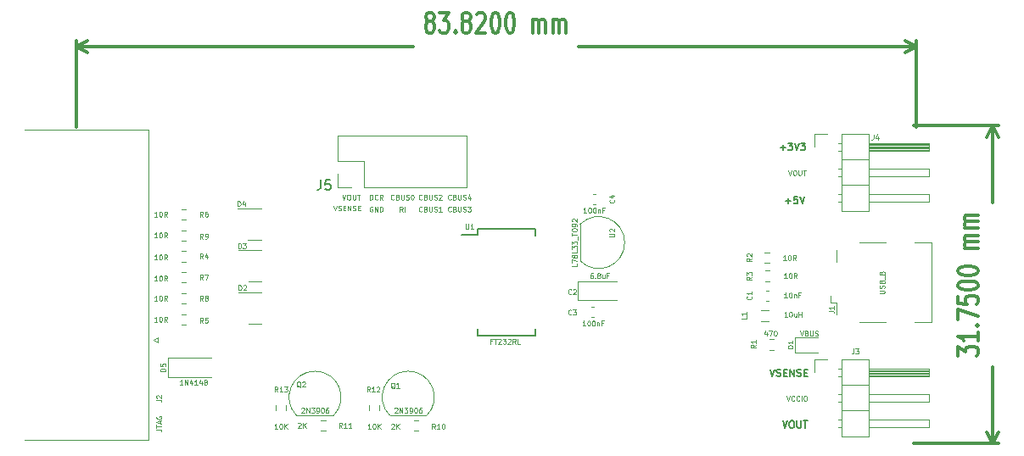
<source format=gbr>
G04 #@! TF.GenerationSoftware,KiCad,Pcbnew,6.99.0-a9ca49a600~144~ubuntu20.04.1*
G04 #@! TF.CreationDate,2022-03-01T02:01:25-05:00*
G04 #@! TF.ProjectId,pa-jtag,70612d6a-7461-4672-9e6b-696361645f70,rev?*
G04 #@! TF.SameCoordinates,Original*
G04 #@! TF.FileFunction,Legend,Top*
G04 #@! TF.FilePolarity,Positive*
%FSLAX46Y46*%
G04 Gerber Fmt 4.6, Leading zero omitted, Abs format (unit mm)*
G04 Created by KiCad (PCBNEW 6.99.0-a9ca49a600~144~ubuntu20.04.1) date 2022-03-01 02:01:25*
%MOMM*%
%LPD*%
G01*
G04 APERTURE LIST*
%ADD10C,0.125000*%
%ADD11C,0.175000*%
%ADD12C,0.304800*%
%ADD13C,0.150000*%
%ADD14C,0.120000*%
G04 APERTURE END LIST*
D10*
X151735714Y-74926190D02*
X151569047Y-74688095D01*
X151450000Y-74926190D02*
X151450000Y-74426190D01*
X151640476Y-74426190D01*
X151688095Y-74450000D01*
X151711904Y-74473809D01*
X151735714Y-74521428D01*
X151735714Y-74592857D01*
X151711904Y-74640476D01*
X151688095Y-74664285D01*
X151640476Y-74688095D01*
X151450000Y-74688095D01*
X151950000Y-74926190D02*
X151950000Y-74426190D01*
X148719047Y-74450000D02*
X148671428Y-74426190D01*
X148600000Y-74426190D01*
X148528571Y-74450000D01*
X148480952Y-74497619D01*
X148457142Y-74545238D01*
X148433333Y-74640476D01*
X148433333Y-74711904D01*
X148457142Y-74807142D01*
X148480952Y-74854761D01*
X148528571Y-74902380D01*
X148600000Y-74926190D01*
X148647619Y-74926190D01*
X148719047Y-74902380D01*
X148742857Y-74878571D01*
X148742857Y-74711904D01*
X148647619Y-74711904D01*
X148957142Y-74926190D02*
X148957142Y-74426190D01*
X149242857Y-74926190D01*
X149242857Y-74426190D01*
X149480952Y-74926190D02*
X149480952Y-74426190D01*
X149600000Y-74426190D01*
X149671428Y-74450000D01*
X149719047Y-74497619D01*
X149742857Y-74545238D01*
X149766666Y-74640476D01*
X149766666Y-74711904D01*
X149742857Y-74807142D01*
X149719047Y-74854761D01*
X149671428Y-74902380D01*
X149600000Y-74926190D01*
X149480952Y-74926190D01*
D11*
X189666666Y-95816666D02*
X189900000Y-96516666D01*
X190133333Y-95816666D01*
X190500000Y-95816666D02*
X190633333Y-95816666D01*
X190700000Y-95850000D01*
X190766666Y-95916666D01*
X190800000Y-96050000D01*
X190800000Y-96283333D01*
X190766666Y-96416666D01*
X190700000Y-96483333D01*
X190633333Y-96516666D01*
X190500000Y-96516666D01*
X190433333Y-96483333D01*
X190366666Y-96416666D01*
X190333333Y-96283333D01*
X190333333Y-96050000D01*
X190366666Y-95916666D01*
X190433333Y-95850000D01*
X190500000Y-95816666D01*
X191100000Y-95816666D02*
X191100000Y-96383333D01*
X191133333Y-96450000D01*
X191166666Y-96483333D01*
X191233333Y-96516666D01*
X191366666Y-96516666D01*
X191433333Y-96483333D01*
X191466666Y-96450000D01*
X191500000Y-96383333D01*
X191500000Y-95816666D01*
X191733333Y-95816666D02*
X192133333Y-95816666D01*
X191933333Y-96516666D02*
X191933333Y-95816666D01*
X189416666Y-68500000D02*
X189950000Y-68500000D01*
X189683333Y-68766666D02*
X189683333Y-68233333D01*
X190216666Y-68066666D02*
X190650000Y-68066666D01*
X190416666Y-68333333D01*
X190516666Y-68333333D01*
X190583333Y-68366666D01*
X190616666Y-68400000D01*
X190650000Y-68466666D01*
X190650000Y-68633333D01*
X190616666Y-68700000D01*
X190583333Y-68733333D01*
X190516666Y-68766666D01*
X190316666Y-68766666D01*
X190250000Y-68733333D01*
X190216666Y-68700000D01*
X190850000Y-68066666D02*
X191083333Y-68766666D01*
X191316666Y-68066666D01*
X191483333Y-68066666D02*
X191916666Y-68066666D01*
X191683333Y-68333333D01*
X191783333Y-68333333D01*
X191850000Y-68366666D01*
X191883333Y-68400000D01*
X191916666Y-68466666D01*
X191916666Y-68633333D01*
X191883333Y-68700000D01*
X191850000Y-68733333D01*
X191783333Y-68766666D01*
X191583333Y-68766666D01*
X191516666Y-68733333D01*
X191483333Y-68700000D01*
D10*
X156566666Y-74878571D02*
X156542857Y-74902380D01*
X156471428Y-74926190D01*
X156423809Y-74926190D01*
X156352380Y-74902380D01*
X156304761Y-74854761D01*
X156280952Y-74807142D01*
X156257142Y-74711904D01*
X156257142Y-74640476D01*
X156280952Y-74545238D01*
X156304761Y-74497619D01*
X156352380Y-74450000D01*
X156423809Y-74426190D01*
X156471428Y-74426190D01*
X156542857Y-74450000D01*
X156566666Y-74473809D01*
X156947619Y-74664285D02*
X157019047Y-74688095D01*
X157042857Y-74711904D01*
X157066666Y-74759523D01*
X157066666Y-74830952D01*
X157042857Y-74878571D01*
X157019047Y-74902380D01*
X156971428Y-74926190D01*
X156780952Y-74926190D01*
X156780952Y-74426190D01*
X156947619Y-74426190D01*
X156995238Y-74450000D01*
X157019047Y-74473809D01*
X157042857Y-74521428D01*
X157042857Y-74569047D01*
X157019047Y-74616666D01*
X156995238Y-74640476D01*
X156947619Y-74664285D01*
X156780952Y-74664285D01*
X157280952Y-74426190D02*
X157280952Y-74830952D01*
X157304761Y-74878571D01*
X157328571Y-74902380D01*
X157376190Y-74926190D01*
X157471428Y-74926190D01*
X157519047Y-74902380D01*
X157542857Y-74878571D01*
X157566666Y-74830952D01*
X157566666Y-74426190D01*
X157780952Y-74902380D02*
X157852380Y-74926190D01*
X157971428Y-74926190D01*
X158019047Y-74902380D01*
X158042857Y-74878571D01*
X158066666Y-74830952D01*
X158066666Y-74783333D01*
X158042857Y-74735714D01*
X158019047Y-74711904D01*
X157971428Y-74688095D01*
X157876190Y-74664285D01*
X157828571Y-74640476D01*
X157804761Y-74616666D01*
X157780952Y-74569047D01*
X157780952Y-74521428D01*
X157804761Y-74473809D01*
X157828571Y-74450000D01*
X157876190Y-74426190D01*
X157995238Y-74426190D01*
X158066666Y-74450000D01*
X158233333Y-74426190D02*
X158542857Y-74426190D01*
X158376190Y-74616666D01*
X158447619Y-74616666D01*
X158495238Y-74640476D01*
X158519047Y-74664285D01*
X158542857Y-74711904D01*
X158542857Y-74830952D01*
X158519047Y-74878571D01*
X158495238Y-74902380D01*
X158447619Y-74926190D01*
X158304761Y-74926190D01*
X158257142Y-74902380D01*
X158233333Y-74878571D01*
D11*
X188400000Y-90666666D02*
X188633333Y-91366666D01*
X188866666Y-90666666D01*
X189066666Y-91333333D02*
X189166666Y-91366666D01*
X189333333Y-91366666D01*
X189400000Y-91333333D01*
X189433333Y-91300000D01*
X189466666Y-91233333D01*
X189466666Y-91166666D01*
X189433333Y-91100000D01*
X189400000Y-91066666D01*
X189333333Y-91033333D01*
X189200000Y-91000000D01*
X189133333Y-90966666D01*
X189100000Y-90933333D01*
X189066666Y-90866666D01*
X189066666Y-90800000D01*
X189100000Y-90733333D01*
X189133333Y-90700000D01*
X189200000Y-90666666D01*
X189366666Y-90666666D01*
X189466666Y-90700000D01*
X189766666Y-91000000D02*
X190000000Y-91000000D01*
X190100000Y-91366666D02*
X189766666Y-91366666D01*
X189766666Y-90666666D01*
X190100000Y-90666666D01*
X190400000Y-91366666D02*
X190400000Y-90666666D01*
X190800000Y-91366666D01*
X190800000Y-90666666D01*
X191100000Y-91333333D02*
X191200000Y-91366666D01*
X191366666Y-91366666D01*
X191433333Y-91333333D01*
X191466666Y-91300000D01*
X191500000Y-91233333D01*
X191500000Y-91166666D01*
X191466666Y-91100000D01*
X191433333Y-91066666D01*
X191366666Y-91033333D01*
X191233333Y-91000000D01*
X191166666Y-90966666D01*
X191133333Y-90933333D01*
X191100000Y-90866666D01*
X191100000Y-90800000D01*
X191133333Y-90733333D01*
X191166666Y-90700000D01*
X191233333Y-90666666D01*
X191400000Y-90666666D01*
X191500000Y-90700000D01*
X191800000Y-91000000D02*
X192033333Y-91000000D01*
X192133333Y-91366666D02*
X191800000Y-91366666D01*
X191800000Y-90666666D01*
X192133333Y-90666666D01*
D10*
X144842857Y-74326190D02*
X145009523Y-74826190D01*
X145176190Y-74326190D01*
X145319047Y-74802380D02*
X145390476Y-74826190D01*
X145509523Y-74826190D01*
X145557142Y-74802380D01*
X145580952Y-74778571D01*
X145604761Y-74730952D01*
X145604761Y-74683333D01*
X145580952Y-74635714D01*
X145557142Y-74611904D01*
X145509523Y-74588095D01*
X145414285Y-74564285D01*
X145366666Y-74540476D01*
X145342857Y-74516666D01*
X145319047Y-74469047D01*
X145319047Y-74421428D01*
X145342857Y-74373809D01*
X145366666Y-74350000D01*
X145414285Y-74326190D01*
X145533333Y-74326190D01*
X145604761Y-74350000D01*
X145819047Y-74564285D02*
X145985714Y-74564285D01*
X146057142Y-74826190D02*
X145819047Y-74826190D01*
X145819047Y-74326190D01*
X146057142Y-74326190D01*
X146271428Y-74826190D02*
X146271428Y-74326190D01*
X146557142Y-74826190D01*
X146557142Y-74326190D01*
X146771428Y-74802380D02*
X146842857Y-74826190D01*
X146961904Y-74826190D01*
X147009523Y-74802380D01*
X147033333Y-74778571D01*
X147057142Y-74730952D01*
X147057142Y-74683333D01*
X147033333Y-74635714D01*
X147009523Y-74611904D01*
X146961904Y-74588095D01*
X146866666Y-74564285D01*
X146819047Y-74540476D01*
X146795238Y-74516666D01*
X146771428Y-74469047D01*
X146771428Y-74421428D01*
X146795238Y-74373809D01*
X146819047Y-74350000D01*
X146866666Y-74326190D01*
X146985714Y-74326190D01*
X147057142Y-74350000D01*
X147271428Y-74564285D02*
X147438095Y-74564285D01*
X147509523Y-74826190D02*
X147271428Y-74826190D01*
X147271428Y-74326190D01*
X147509523Y-74326190D01*
X153666666Y-73678571D02*
X153642857Y-73702380D01*
X153571428Y-73726190D01*
X153523809Y-73726190D01*
X153452380Y-73702380D01*
X153404761Y-73654761D01*
X153380952Y-73607142D01*
X153357142Y-73511904D01*
X153357142Y-73440476D01*
X153380952Y-73345238D01*
X153404761Y-73297619D01*
X153452380Y-73250000D01*
X153523809Y-73226190D01*
X153571428Y-73226190D01*
X153642857Y-73250000D01*
X153666666Y-73273809D01*
X154047619Y-73464285D02*
X154119047Y-73488095D01*
X154142857Y-73511904D01*
X154166666Y-73559523D01*
X154166666Y-73630952D01*
X154142857Y-73678571D01*
X154119047Y-73702380D01*
X154071428Y-73726190D01*
X153880952Y-73726190D01*
X153880952Y-73226190D01*
X154047619Y-73226190D01*
X154095238Y-73250000D01*
X154119047Y-73273809D01*
X154142857Y-73321428D01*
X154142857Y-73369047D01*
X154119047Y-73416666D01*
X154095238Y-73440476D01*
X154047619Y-73464285D01*
X153880952Y-73464285D01*
X154380952Y-73226190D02*
X154380952Y-73630952D01*
X154404761Y-73678571D01*
X154428571Y-73702380D01*
X154476190Y-73726190D01*
X154571428Y-73726190D01*
X154619047Y-73702380D01*
X154642857Y-73678571D01*
X154666666Y-73630952D01*
X154666666Y-73226190D01*
X154880952Y-73702380D02*
X154952380Y-73726190D01*
X155071428Y-73726190D01*
X155119047Y-73702380D01*
X155142857Y-73678571D01*
X155166666Y-73630952D01*
X155166666Y-73583333D01*
X155142857Y-73535714D01*
X155119047Y-73511904D01*
X155071428Y-73488095D01*
X154976190Y-73464285D01*
X154928571Y-73440476D01*
X154904761Y-73416666D01*
X154880952Y-73369047D01*
X154880952Y-73321428D01*
X154904761Y-73273809D01*
X154928571Y-73250000D01*
X154976190Y-73226190D01*
X155095238Y-73226190D01*
X155166666Y-73250000D01*
X155357142Y-73273809D02*
X155380952Y-73250000D01*
X155428571Y-73226190D01*
X155547619Y-73226190D01*
X155595238Y-73250000D01*
X155619047Y-73273809D01*
X155642857Y-73321428D01*
X155642857Y-73369047D01*
X155619047Y-73440476D01*
X155333333Y-73726190D01*
X155642857Y-73726190D01*
D11*
X189950000Y-73850000D02*
X190483333Y-73850000D01*
X190216666Y-74116666D02*
X190216666Y-73583333D01*
X191150000Y-73416666D02*
X190816666Y-73416666D01*
X190783333Y-73750000D01*
X190816666Y-73716666D01*
X190883333Y-73683333D01*
X191050000Y-73683333D01*
X191116666Y-73716666D01*
X191150000Y-73750000D01*
X191183333Y-73816666D01*
X191183333Y-73983333D01*
X191150000Y-74050000D01*
X191116666Y-74083333D01*
X191050000Y-74116666D01*
X190883333Y-74116666D01*
X190816666Y-74083333D01*
X190783333Y-74050000D01*
X191383333Y-73416666D02*
X191616666Y-74116666D01*
X191850000Y-73416666D01*
D10*
X145719047Y-73226190D02*
X145885714Y-73726190D01*
X146052380Y-73226190D01*
X146314285Y-73226190D02*
X146409523Y-73226190D01*
X146457142Y-73250000D01*
X146504761Y-73297619D01*
X146528571Y-73392857D01*
X146528571Y-73559523D01*
X146504761Y-73654761D01*
X146457142Y-73702380D01*
X146409523Y-73726190D01*
X146314285Y-73726190D01*
X146266666Y-73702380D01*
X146219047Y-73654761D01*
X146195238Y-73559523D01*
X146195238Y-73392857D01*
X146219047Y-73297619D01*
X146266666Y-73250000D01*
X146314285Y-73226190D01*
X146742857Y-73226190D02*
X146742857Y-73630952D01*
X146766666Y-73678571D01*
X146790476Y-73702380D01*
X146838095Y-73726190D01*
X146933333Y-73726190D01*
X146980952Y-73702380D01*
X147004761Y-73678571D01*
X147028571Y-73630952D01*
X147028571Y-73226190D01*
X147195238Y-73226190D02*
X147480952Y-73226190D01*
X147338095Y-73726190D02*
X147338095Y-73226190D01*
X156566666Y-73678571D02*
X156542857Y-73702380D01*
X156471428Y-73726190D01*
X156423809Y-73726190D01*
X156352380Y-73702380D01*
X156304761Y-73654761D01*
X156280952Y-73607142D01*
X156257142Y-73511904D01*
X156257142Y-73440476D01*
X156280952Y-73345238D01*
X156304761Y-73297619D01*
X156352380Y-73250000D01*
X156423809Y-73226190D01*
X156471428Y-73226190D01*
X156542857Y-73250000D01*
X156566666Y-73273809D01*
X156947619Y-73464285D02*
X157019047Y-73488095D01*
X157042857Y-73511904D01*
X157066666Y-73559523D01*
X157066666Y-73630952D01*
X157042857Y-73678571D01*
X157019047Y-73702380D01*
X156971428Y-73726190D01*
X156780952Y-73726190D01*
X156780952Y-73226190D01*
X156947619Y-73226190D01*
X156995238Y-73250000D01*
X157019047Y-73273809D01*
X157042857Y-73321428D01*
X157042857Y-73369047D01*
X157019047Y-73416666D01*
X156995238Y-73440476D01*
X156947619Y-73464285D01*
X156780952Y-73464285D01*
X157280952Y-73226190D02*
X157280952Y-73630952D01*
X157304761Y-73678571D01*
X157328571Y-73702380D01*
X157376190Y-73726190D01*
X157471428Y-73726190D01*
X157519047Y-73702380D01*
X157542857Y-73678571D01*
X157566666Y-73630952D01*
X157566666Y-73226190D01*
X157780952Y-73702380D02*
X157852380Y-73726190D01*
X157971428Y-73726190D01*
X158019047Y-73702380D01*
X158042857Y-73678571D01*
X158066666Y-73630952D01*
X158066666Y-73583333D01*
X158042857Y-73535714D01*
X158019047Y-73511904D01*
X157971428Y-73488095D01*
X157876190Y-73464285D01*
X157828571Y-73440476D01*
X157804761Y-73416666D01*
X157780952Y-73369047D01*
X157780952Y-73321428D01*
X157804761Y-73273809D01*
X157828571Y-73250000D01*
X157876190Y-73226190D01*
X157995238Y-73226190D01*
X158066666Y-73250000D01*
X158495238Y-73392857D02*
X158495238Y-73726190D01*
X158376190Y-73202380D02*
X158257142Y-73559523D01*
X158566666Y-73559523D01*
X150866666Y-73678571D02*
X150842857Y-73702380D01*
X150771428Y-73726190D01*
X150723809Y-73726190D01*
X150652380Y-73702380D01*
X150604761Y-73654761D01*
X150580952Y-73607142D01*
X150557142Y-73511904D01*
X150557142Y-73440476D01*
X150580952Y-73345238D01*
X150604761Y-73297619D01*
X150652380Y-73250000D01*
X150723809Y-73226190D01*
X150771428Y-73226190D01*
X150842857Y-73250000D01*
X150866666Y-73273809D01*
X151247619Y-73464285D02*
X151319047Y-73488095D01*
X151342857Y-73511904D01*
X151366666Y-73559523D01*
X151366666Y-73630952D01*
X151342857Y-73678571D01*
X151319047Y-73702380D01*
X151271428Y-73726190D01*
X151080952Y-73726190D01*
X151080952Y-73226190D01*
X151247619Y-73226190D01*
X151295238Y-73250000D01*
X151319047Y-73273809D01*
X151342857Y-73321428D01*
X151342857Y-73369047D01*
X151319047Y-73416666D01*
X151295238Y-73440476D01*
X151247619Y-73464285D01*
X151080952Y-73464285D01*
X151580952Y-73226190D02*
X151580952Y-73630952D01*
X151604761Y-73678571D01*
X151628571Y-73702380D01*
X151676190Y-73726190D01*
X151771428Y-73726190D01*
X151819047Y-73702380D01*
X151842857Y-73678571D01*
X151866666Y-73630952D01*
X151866666Y-73226190D01*
X152080952Y-73702380D02*
X152152380Y-73726190D01*
X152271428Y-73726190D01*
X152319047Y-73702380D01*
X152342857Y-73678571D01*
X152366666Y-73630952D01*
X152366666Y-73583333D01*
X152342857Y-73535714D01*
X152319047Y-73511904D01*
X152271428Y-73488095D01*
X152176190Y-73464285D01*
X152128571Y-73440476D01*
X152104761Y-73416666D01*
X152080952Y-73369047D01*
X152080952Y-73321428D01*
X152104761Y-73273809D01*
X152128571Y-73250000D01*
X152176190Y-73226190D01*
X152295238Y-73226190D01*
X152366666Y-73250000D01*
X152676190Y-73226190D02*
X152723809Y-73226190D01*
X152771428Y-73250000D01*
X152795238Y-73273809D01*
X152819047Y-73321428D01*
X152842857Y-73416666D01*
X152842857Y-73535714D01*
X152819047Y-73630952D01*
X152795238Y-73678571D01*
X152771428Y-73702380D01*
X152723809Y-73726190D01*
X152676190Y-73726190D01*
X152628571Y-73702380D01*
X152604761Y-73678571D01*
X152580952Y-73630952D01*
X152557142Y-73535714D01*
X152557142Y-73416666D01*
X152580952Y-73321428D01*
X152604761Y-73273809D01*
X152628571Y-73250000D01*
X152676190Y-73226190D01*
X148469047Y-73726190D02*
X148469047Y-73226190D01*
X148588095Y-73226190D01*
X148659523Y-73250000D01*
X148707142Y-73297619D01*
X148730952Y-73345238D01*
X148754761Y-73440476D01*
X148754761Y-73511904D01*
X148730952Y-73607142D01*
X148707142Y-73654761D01*
X148659523Y-73702380D01*
X148588095Y-73726190D01*
X148469047Y-73726190D01*
X149254761Y-73678571D02*
X149230952Y-73702380D01*
X149159523Y-73726190D01*
X149111904Y-73726190D01*
X149040476Y-73702380D01*
X148992857Y-73654761D01*
X148969047Y-73607142D01*
X148945238Y-73511904D01*
X148945238Y-73440476D01*
X148969047Y-73345238D01*
X148992857Y-73297619D01*
X149040476Y-73250000D01*
X149111904Y-73226190D01*
X149159523Y-73226190D01*
X149230952Y-73250000D01*
X149254761Y-73273809D01*
X149754761Y-73726190D02*
X149588095Y-73488095D01*
X149469047Y-73726190D02*
X149469047Y-73226190D01*
X149659523Y-73226190D01*
X149707142Y-73250000D01*
X149730952Y-73273809D01*
X149754761Y-73321428D01*
X149754761Y-73392857D01*
X149730952Y-73440476D01*
X149707142Y-73464285D01*
X149659523Y-73488095D01*
X149469047Y-73488095D01*
X153666666Y-74878571D02*
X153642857Y-74902380D01*
X153571428Y-74926190D01*
X153523809Y-74926190D01*
X153452380Y-74902380D01*
X153404761Y-74854761D01*
X153380952Y-74807142D01*
X153357142Y-74711904D01*
X153357142Y-74640476D01*
X153380952Y-74545238D01*
X153404761Y-74497619D01*
X153452380Y-74450000D01*
X153523809Y-74426190D01*
X153571428Y-74426190D01*
X153642857Y-74450000D01*
X153666666Y-74473809D01*
X154047619Y-74664285D02*
X154119047Y-74688095D01*
X154142857Y-74711904D01*
X154166666Y-74759523D01*
X154166666Y-74830952D01*
X154142857Y-74878571D01*
X154119047Y-74902380D01*
X154071428Y-74926190D01*
X153880952Y-74926190D01*
X153880952Y-74426190D01*
X154047619Y-74426190D01*
X154095238Y-74450000D01*
X154119047Y-74473809D01*
X154142857Y-74521428D01*
X154142857Y-74569047D01*
X154119047Y-74616666D01*
X154095238Y-74640476D01*
X154047619Y-74664285D01*
X153880952Y-74664285D01*
X154380952Y-74426190D02*
X154380952Y-74830952D01*
X154404761Y-74878571D01*
X154428571Y-74902380D01*
X154476190Y-74926190D01*
X154571428Y-74926190D01*
X154619047Y-74902380D01*
X154642857Y-74878571D01*
X154666666Y-74830952D01*
X154666666Y-74426190D01*
X154880952Y-74902380D02*
X154952380Y-74926190D01*
X155071428Y-74926190D01*
X155119047Y-74902380D01*
X155142857Y-74878571D01*
X155166666Y-74830952D01*
X155166666Y-74783333D01*
X155142857Y-74735714D01*
X155119047Y-74711904D01*
X155071428Y-74688095D01*
X154976190Y-74664285D01*
X154928571Y-74640476D01*
X154904761Y-74616666D01*
X154880952Y-74569047D01*
X154880952Y-74521428D01*
X154904761Y-74473809D01*
X154928571Y-74450000D01*
X154976190Y-74426190D01*
X155095238Y-74426190D01*
X155166666Y-74450000D01*
X155642857Y-74926190D02*
X155357142Y-74926190D01*
X155500000Y-74926190D02*
X155500000Y-74426190D01*
X155452380Y-74497619D01*
X155404761Y-74545238D01*
X155357142Y-74569047D01*
D12*
X207150438Y-89337000D02*
X207150438Y-88393571D01*
X207924533Y-88901571D01*
X207924533Y-88683857D01*
X208021295Y-88538714D01*
X208118057Y-88466142D01*
X208311580Y-88393571D01*
X208795390Y-88393571D01*
X208988914Y-88466142D01*
X209085676Y-88538714D01*
X209182438Y-88683857D01*
X209182438Y-89119285D01*
X209085676Y-89264428D01*
X208988914Y-89337000D01*
X209182438Y-86942142D02*
X209182438Y-87813000D01*
X209182438Y-87377571D02*
X207150438Y-87377571D01*
X207440723Y-87522714D01*
X207634247Y-87667857D01*
X207731009Y-87813000D01*
X208988914Y-86289000D02*
X209085676Y-86216428D01*
X209182438Y-86289000D01*
X209085676Y-86361571D01*
X208988914Y-86289000D01*
X209182438Y-86289000D01*
X207150438Y-85708428D02*
X207150438Y-84692428D01*
X209182438Y-85345571D01*
X207150438Y-83386142D02*
X207150438Y-84111857D01*
X208118057Y-84184428D01*
X208021295Y-84111857D01*
X207924533Y-83966714D01*
X207924533Y-83603857D01*
X208021295Y-83458714D01*
X208118057Y-83386142D01*
X208311580Y-83313571D01*
X208795390Y-83313571D01*
X208988914Y-83386142D01*
X209085676Y-83458714D01*
X209182438Y-83603857D01*
X209182438Y-83966714D01*
X209085676Y-84111857D01*
X208988914Y-84184428D01*
X207150438Y-82370142D02*
X207150438Y-82225000D01*
X207247200Y-82079857D01*
X207343961Y-82007285D01*
X207537485Y-81934714D01*
X207924533Y-81862142D01*
X208408342Y-81862142D01*
X208795390Y-81934714D01*
X208988914Y-82007285D01*
X209085676Y-82079857D01*
X209182438Y-82225000D01*
X209182438Y-82370142D01*
X209085676Y-82515285D01*
X208988914Y-82587857D01*
X208795390Y-82660428D01*
X208408342Y-82733000D01*
X207924533Y-82733000D01*
X207537485Y-82660428D01*
X207343961Y-82587857D01*
X207247200Y-82515285D01*
X207150438Y-82370142D01*
X207150438Y-80918714D02*
X207150438Y-80773571D01*
X207247200Y-80628428D01*
X207343961Y-80555857D01*
X207537485Y-80483285D01*
X207924533Y-80410714D01*
X208408342Y-80410714D01*
X208795390Y-80483285D01*
X208988914Y-80555857D01*
X209085676Y-80628428D01*
X209182438Y-80773571D01*
X209182438Y-80918714D01*
X209085676Y-81063857D01*
X208988914Y-81136428D01*
X208795390Y-81209000D01*
X208408342Y-81281571D01*
X207924533Y-81281571D01*
X207537485Y-81209000D01*
X207343961Y-81136428D01*
X207247200Y-81063857D01*
X207150438Y-80918714D01*
X209182438Y-78596428D02*
X207827771Y-78596428D01*
X208021295Y-78596428D02*
X207924533Y-78523857D01*
X207827771Y-78378714D01*
X207827771Y-78161000D01*
X207924533Y-78015857D01*
X208118057Y-77943285D01*
X209182438Y-77943285D01*
X208118057Y-77943285D02*
X207924533Y-77870714D01*
X207827771Y-77725571D01*
X207827771Y-77507857D01*
X207924533Y-77362714D01*
X208118057Y-77290142D01*
X209182438Y-77290142D01*
X209182438Y-76564428D02*
X207827771Y-76564428D01*
X208021295Y-76564428D02*
X207924533Y-76491857D01*
X207827771Y-76346714D01*
X207827771Y-76129000D01*
X207924533Y-75983857D01*
X208118057Y-75911285D01*
X209182438Y-75911285D01*
X208118057Y-75911285D02*
X207924533Y-75838714D01*
X207827771Y-75693571D01*
X207827771Y-75475857D01*
X207924533Y-75330714D01*
X208118057Y-75258142D01*
X209182438Y-75258142D01*
X202728540Y-98100000D02*
X211186420Y-98100000D01*
X202728540Y-66350000D02*
X211186420Y-66350000D01*
X210600000Y-98100000D02*
X210600000Y-90469114D01*
X210600000Y-73980885D02*
X210600000Y-66350000D01*
X210600000Y-98100000D02*
X211186421Y-96973496D01*
X210600000Y-98100000D02*
X210013579Y-96973496D01*
X210600000Y-66350000D02*
X210013579Y-67476504D01*
X210600000Y-66350000D02*
X211186421Y-67476504D01*
X154323397Y-55899835D02*
X154178254Y-55803073D01*
X154105682Y-55706311D01*
X154033111Y-55512787D01*
X154033111Y-55416025D01*
X154105682Y-55222501D01*
X154178254Y-55125740D01*
X154323397Y-55028978D01*
X154613682Y-55028978D01*
X154758825Y-55125740D01*
X154831397Y-55222501D01*
X154903968Y-55416025D01*
X154903968Y-55512787D01*
X154831397Y-55706311D01*
X154758825Y-55803073D01*
X154613682Y-55899835D01*
X154323397Y-55899835D01*
X154178254Y-55996597D01*
X154105682Y-56093359D01*
X154033111Y-56286882D01*
X154033111Y-56673930D01*
X154105682Y-56867454D01*
X154178254Y-56964216D01*
X154323397Y-57060978D01*
X154613682Y-57060978D01*
X154758825Y-56964216D01*
X154831397Y-56867454D01*
X154903968Y-56673930D01*
X154903968Y-56286882D01*
X154831397Y-56093359D01*
X154758825Y-55996597D01*
X154613682Y-55899835D01*
X155411968Y-55028978D02*
X156355397Y-55028978D01*
X155847397Y-55803073D01*
X156065111Y-55803073D01*
X156210254Y-55899835D01*
X156282825Y-55996597D01*
X156355397Y-56190120D01*
X156355397Y-56673930D01*
X156282825Y-56867454D01*
X156210254Y-56964216D01*
X156065111Y-57060978D01*
X155629682Y-57060978D01*
X155484540Y-56964216D01*
X155411968Y-56867454D01*
X157008540Y-56867454D02*
X157081111Y-56964216D01*
X157008540Y-57060978D01*
X156935968Y-56964216D01*
X157008540Y-56867454D01*
X157008540Y-57060978D01*
X157951968Y-55899835D02*
X157806825Y-55803073D01*
X157734254Y-55706311D01*
X157661682Y-55512787D01*
X157661682Y-55416025D01*
X157734254Y-55222501D01*
X157806825Y-55125740D01*
X157951968Y-55028978D01*
X158242254Y-55028978D01*
X158387397Y-55125740D01*
X158459968Y-55222501D01*
X158532540Y-55416025D01*
X158532540Y-55512787D01*
X158459968Y-55706311D01*
X158387397Y-55803073D01*
X158242254Y-55899835D01*
X157951968Y-55899835D01*
X157806825Y-55996597D01*
X157734254Y-56093359D01*
X157661682Y-56286882D01*
X157661682Y-56673930D01*
X157734254Y-56867454D01*
X157806825Y-56964216D01*
X157951968Y-57060978D01*
X158242254Y-57060978D01*
X158387397Y-56964216D01*
X158459968Y-56867454D01*
X158532540Y-56673930D01*
X158532540Y-56286882D01*
X158459968Y-56093359D01*
X158387397Y-55996597D01*
X158242254Y-55899835D01*
X159113111Y-55222501D02*
X159185682Y-55125740D01*
X159330825Y-55028978D01*
X159693682Y-55028978D01*
X159838825Y-55125740D01*
X159911397Y-55222501D01*
X159983968Y-55416025D01*
X159983968Y-55609549D01*
X159911397Y-55899835D01*
X159040540Y-57060978D01*
X159983968Y-57060978D01*
X160927397Y-55028978D02*
X161072540Y-55028978D01*
X161217682Y-55125740D01*
X161290254Y-55222501D01*
X161362825Y-55416025D01*
X161435397Y-55803073D01*
X161435397Y-56286882D01*
X161362825Y-56673930D01*
X161290254Y-56867454D01*
X161217682Y-56964216D01*
X161072540Y-57060978D01*
X160927397Y-57060978D01*
X160782254Y-56964216D01*
X160709682Y-56867454D01*
X160637111Y-56673930D01*
X160564540Y-56286882D01*
X160564540Y-55803073D01*
X160637111Y-55416025D01*
X160709682Y-55222501D01*
X160782254Y-55125740D01*
X160927397Y-55028978D01*
X162378825Y-55028978D02*
X162523968Y-55028978D01*
X162669111Y-55125740D01*
X162741682Y-55222501D01*
X162814254Y-55416025D01*
X162886825Y-55803073D01*
X162886825Y-56286882D01*
X162814254Y-56673930D01*
X162741682Y-56867454D01*
X162669111Y-56964216D01*
X162523968Y-57060978D01*
X162378825Y-57060978D01*
X162233682Y-56964216D01*
X162161111Y-56867454D01*
X162088540Y-56673930D01*
X162015968Y-56286882D01*
X162015968Y-55803073D01*
X162088540Y-55416025D01*
X162161111Y-55222501D01*
X162233682Y-55125740D01*
X162378825Y-55028978D01*
X164701111Y-57060978D02*
X164701111Y-55706311D01*
X164701111Y-55899835D02*
X164773682Y-55803073D01*
X164918825Y-55706311D01*
X165136540Y-55706311D01*
X165281682Y-55803073D01*
X165354254Y-55996597D01*
X165354254Y-57060978D01*
X165354254Y-55996597D02*
X165426825Y-55803073D01*
X165571968Y-55706311D01*
X165789682Y-55706311D01*
X165934825Y-55803073D01*
X166007397Y-55996597D01*
X166007397Y-57060978D01*
X166733111Y-57060978D02*
X166733111Y-55706311D01*
X166733111Y-55899835D02*
X166805682Y-55803073D01*
X166950825Y-55706311D01*
X167168540Y-55706311D01*
X167313682Y-55803073D01*
X167386254Y-55996597D01*
X167386254Y-57060978D01*
X167386254Y-55996597D02*
X167458825Y-55803073D01*
X167603968Y-55706311D01*
X167821682Y-55706311D01*
X167966825Y-55803073D01*
X168039397Y-55996597D01*
X168039397Y-57060978D01*
X202982540Y-66477000D02*
X202982540Y-57892120D01*
X119162540Y-66477000D02*
X119162540Y-57892120D01*
X202982540Y-58478540D02*
X169316655Y-58478540D01*
X152828426Y-58478540D02*
X119162540Y-58478540D01*
X202982540Y-58478540D02*
X201856036Y-57892119D01*
X202982540Y-58478540D02*
X201856036Y-59064961D01*
X119162540Y-58478540D02*
X120289044Y-59064961D01*
X119162540Y-58478540D02*
X120289044Y-57892119D01*
D10*
X186528571Y-83383333D02*
X186552380Y-83407142D01*
X186576190Y-83478571D01*
X186576190Y-83526190D01*
X186552380Y-83597619D01*
X186504761Y-83645238D01*
X186457142Y-83669047D01*
X186361904Y-83692857D01*
X186290476Y-83692857D01*
X186195238Y-83669047D01*
X186147619Y-83645238D01*
X186100000Y-83597619D01*
X186076190Y-83526190D01*
X186076190Y-83478571D01*
X186100000Y-83407142D01*
X186123809Y-83383333D01*
X186576190Y-82907142D02*
X186576190Y-83192857D01*
X186576190Y-83050000D02*
X186076190Y-83050000D01*
X186147619Y-83097619D01*
X186195238Y-83145238D01*
X186219047Y-83192857D01*
X190114285Y-83526190D02*
X189828571Y-83526190D01*
X189971428Y-83526190D02*
X189971428Y-83026190D01*
X189923809Y-83097619D01*
X189876190Y-83145238D01*
X189828571Y-83169047D01*
X190423809Y-83026190D02*
X190471428Y-83026190D01*
X190519047Y-83050000D01*
X190542857Y-83073809D01*
X190566666Y-83121428D01*
X190590476Y-83216666D01*
X190590476Y-83335714D01*
X190566666Y-83430952D01*
X190542857Y-83478571D01*
X190519047Y-83502380D01*
X190471428Y-83526190D01*
X190423809Y-83526190D01*
X190376190Y-83502380D01*
X190352380Y-83478571D01*
X190328571Y-83430952D01*
X190304761Y-83335714D01*
X190304761Y-83216666D01*
X190328571Y-83121428D01*
X190352380Y-83073809D01*
X190376190Y-83050000D01*
X190423809Y-83026190D01*
X190804761Y-83192857D02*
X190804761Y-83526190D01*
X190804761Y-83240476D02*
X190828571Y-83216666D01*
X190876190Y-83192857D01*
X190947619Y-83192857D01*
X190995238Y-83216666D01*
X191019047Y-83264285D01*
X191019047Y-83526190D01*
X191423809Y-83264285D02*
X191257142Y-83264285D01*
X191257142Y-83526190D02*
X191257142Y-83026190D01*
X191495238Y-83026190D01*
D13*
X143566666Y-71752380D02*
X143566666Y-72466666D01*
X143519047Y-72609523D01*
X143423809Y-72704761D01*
X143280952Y-72752380D01*
X143185714Y-72752380D01*
X144519047Y-71752380D02*
X144042857Y-71752380D01*
X143995238Y-72228571D01*
X144042857Y-72180952D01*
X144138095Y-72133333D01*
X144376190Y-72133333D01*
X144471428Y-72180952D01*
X144519047Y-72228571D01*
X144566666Y-72323809D01*
X144566666Y-72561904D01*
X144519047Y-72657142D01*
X144471428Y-72704761D01*
X144376190Y-72752380D01*
X144138095Y-72752380D01*
X144042857Y-72704761D01*
X143995238Y-72657142D01*
D10*
X148478571Y-92926190D02*
X148311904Y-92688095D01*
X148192857Y-92926190D02*
X148192857Y-92426190D01*
X148383333Y-92426190D01*
X148430952Y-92450000D01*
X148454761Y-92473809D01*
X148478571Y-92521428D01*
X148478571Y-92592857D01*
X148454761Y-92640476D01*
X148430952Y-92664285D01*
X148383333Y-92688095D01*
X148192857Y-92688095D01*
X148954761Y-92926190D02*
X148669047Y-92926190D01*
X148811904Y-92926190D02*
X148811904Y-92426190D01*
X148764285Y-92497619D01*
X148716666Y-92545238D01*
X148669047Y-92569047D01*
X149145238Y-92473809D02*
X149169047Y-92450000D01*
X149216666Y-92426190D01*
X149335714Y-92426190D01*
X149383333Y-92450000D01*
X149407142Y-92473809D01*
X149430952Y-92521428D01*
X149430952Y-92569047D01*
X149407142Y-92640476D01*
X149121428Y-92926190D01*
X149430952Y-92926190D01*
X148554761Y-96626190D02*
X148269047Y-96626190D01*
X148411904Y-96626190D02*
X148411904Y-96126190D01*
X148364285Y-96197619D01*
X148316666Y-96245238D01*
X148269047Y-96269047D01*
X148864285Y-96126190D02*
X148911904Y-96126190D01*
X148959523Y-96150000D01*
X148983333Y-96173809D01*
X149007142Y-96221428D01*
X149030952Y-96316666D01*
X149030952Y-96435714D01*
X149007142Y-96530952D01*
X148983333Y-96578571D01*
X148959523Y-96602380D01*
X148911904Y-96626190D01*
X148864285Y-96626190D01*
X148816666Y-96602380D01*
X148792857Y-96578571D01*
X148769047Y-96530952D01*
X148745238Y-96435714D01*
X148745238Y-96316666D01*
X148769047Y-96221428D01*
X148792857Y-96173809D01*
X148816666Y-96150000D01*
X148864285Y-96126190D01*
X149245238Y-96626190D02*
X149245238Y-96126190D01*
X149530952Y-96626190D02*
X149316666Y-96340476D01*
X149530952Y-96126190D02*
X149245238Y-96411904D01*
X168566666Y-85178571D02*
X168542857Y-85202380D01*
X168471428Y-85226190D01*
X168423809Y-85226190D01*
X168352380Y-85202380D01*
X168304761Y-85154761D01*
X168280952Y-85107142D01*
X168257142Y-85011904D01*
X168257142Y-84940476D01*
X168280952Y-84845238D01*
X168304761Y-84797619D01*
X168352380Y-84750000D01*
X168423809Y-84726190D01*
X168471428Y-84726190D01*
X168542857Y-84750000D01*
X168566666Y-84773809D01*
X168733333Y-84726190D02*
X169042857Y-84726190D01*
X168876190Y-84916666D01*
X168947619Y-84916666D01*
X168995238Y-84940476D01*
X169019047Y-84964285D01*
X169042857Y-85011904D01*
X169042857Y-85130952D01*
X169019047Y-85178571D01*
X168995238Y-85202380D01*
X168947619Y-85226190D01*
X168804761Y-85226190D01*
X168757142Y-85202380D01*
X168733333Y-85178571D01*
X169976190Y-86326190D02*
X169690476Y-86326190D01*
X169833333Y-86326190D02*
X169833333Y-85826190D01*
X169785714Y-85897619D01*
X169738095Y-85945238D01*
X169690476Y-85969047D01*
X170285714Y-85826190D02*
X170333333Y-85826190D01*
X170380952Y-85850000D01*
X170404761Y-85873809D01*
X170428571Y-85921428D01*
X170452380Y-86016666D01*
X170452380Y-86135714D01*
X170428571Y-86230952D01*
X170404761Y-86278571D01*
X170380952Y-86302380D01*
X170333333Y-86326190D01*
X170285714Y-86326190D01*
X170238095Y-86302380D01*
X170214285Y-86278571D01*
X170190476Y-86230952D01*
X170166666Y-86135714D01*
X170166666Y-86016666D01*
X170190476Y-85921428D01*
X170214285Y-85873809D01*
X170238095Y-85850000D01*
X170285714Y-85826190D01*
X170761904Y-85826190D02*
X170809523Y-85826190D01*
X170857142Y-85850000D01*
X170880952Y-85873809D01*
X170904761Y-85921428D01*
X170928571Y-86016666D01*
X170928571Y-86135714D01*
X170904761Y-86230952D01*
X170880952Y-86278571D01*
X170857142Y-86302380D01*
X170809523Y-86326190D01*
X170761904Y-86326190D01*
X170714285Y-86302380D01*
X170690476Y-86278571D01*
X170666666Y-86230952D01*
X170642857Y-86135714D01*
X170642857Y-86016666D01*
X170666666Y-85921428D01*
X170690476Y-85873809D01*
X170714285Y-85850000D01*
X170761904Y-85826190D01*
X171142857Y-85992857D02*
X171142857Y-86326190D01*
X171142857Y-86040476D02*
X171166666Y-86016666D01*
X171214285Y-85992857D01*
X171285714Y-85992857D01*
X171333333Y-86016666D01*
X171357142Y-86064285D01*
X171357142Y-86326190D01*
X171761904Y-86064285D02*
X171595238Y-86064285D01*
X171595238Y-86326190D02*
X171595238Y-85826190D01*
X171833333Y-85826190D01*
X131816666Y-75426190D02*
X131650000Y-75188095D01*
X131530952Y-75426190D02*
X131530952Y-74926190D01*
X131721428Y-74926190D01*
X131769047Y-74950000D01*
X131792857Y-74973809D01*
X131816666Y-75021428D01*
X131816666Y-75092857D01*
X131792857Y-75140476D01*
X131769047Y-75164285D01*
X131721428Y-75188095D01*
X131530952Y-75188095D01*
X132245238Y-74926190D02*
X132150000Y-74926190D01*
X132102380Y-74950000D01*
X132078571Y-74973809D01*
X132030952Y-75045238D01*
X132007142Y-75140476D01*
X132007142Y-75330952D01*
X132030952Y-75378571D01*
X132054761Y-75402380D01*
X132102380Y-75426190D01*
X132197619Y-75426190D01*
X132245238Y-75402380D01*
X132269047Y-75378571D01*
X132292857Y-75330952D01*
X132292857Y-75211904D01*
X132269047Y-75164285D01*
X132245238Y-75140476D01*
X132197619Y-75116666D01*
X132102380Y-75116666D01*
X132054761Y-75140476D01*
X132030952Y-75164285D01*
X132007142Y-75211904D01*
X127254761Y-75426190D02*
X126969047Y-75426190D01*
X127111904Y-75426190D02*
X127111904Y-74926190D01*
X127064285Y-74997619D01*
X127016666Y-75045238D01*
X126969047Y-75069047D01*
X127564285Y-74926190D02*
X127611904Y-74926190D01*
X127659523Y-74950000D01*
X127683333Y-74973809D01*
X127707142Y-75021428D01*
X127730952Y-75116666D01*
X127730952Y-75235714D01*
X127707142Y-75330952D01*
X127683333Y-75378571D01*
X127659523Y-75402380D01*
X127611904Y-75426190D01*
X127564285Y-75426190D01*
X127516666Y-75402380D01*
X127492857Y-75378571D01*
X127469047Y-75330952D01*
X127445238Y-75235714D01*
X127445238Y-75116666D01*
X127469047Y-75021428D01*
X127492857Y-74973809D01*
X127516666Y-74950000D01*
X127564285Y-74926190D01*
X128230952Y-75426190D02*
X128064285Y-75188095D01*
X127945238Y-75426190D02*
X127945238Y-74926190D01*
X128135714Y-74926190D01*
X128183333Y-74950000D01*
X128207142Y-74973809D01*
X128230952Y-75021428D01*
X128230952Y-75092857D01*
X128207142Y-75140476D01*
X128183333Y-75164285D01*
X128135714Y-75188095D01*
X127945238Y-75188095D01*
X141552380Y-92473809D02*
X141504761Y-92450000D01*
X141457142Y-92402380D01*
X141385714Y-92330952D01*
X141338095Y-92307142D01*
X141290476Y-92307142D01*
X141314285Y-92426190D02*
X141266666Y-92402380D01*
X141219047Y-92354761D01*
X141195238Y-92259523D01*
X141195238Y-92092857D01*
X141219047Y-91997619D01*
X141266666Y-91950000D01*
X141314285Y-91926190D01*
X141409523Y-91926190D01*
X141457142Y-91950000D01*
X141504761Y-91997619D01*
X141528571Y-92092857D01*
X141528571Y-92259523D01*
X141504761Y-92354761D01*
X141457142Y-92402380D01*
X141409523Y-92426190D01*
X141314285Y-92426190D01*
X141719047Y-91973809D02*
X141742857Y-91950000D01*
X141790476Y-91926190D01*
X141909523Y-91926190D01*
X141957142Y-91950000D01*
X141980952Y-91973809D01*
X142004761Y-92021428D01*
X142004761Y-92069047D01*
X141980952Y-92140476D01*
X141695238Y-92426190D01*
X142004761Y-92426190D01*
X141642857Y-94573809D02*
X141666666Y-94550000D01*
X141714285Y-94526190D01*
X141833333Y-94526190D01*
X141880952Y-94550000D01*
X141904761Y-94573809D01*
X141928571Y-94621428D01*
X141928571Y-94669047D01*
X141904761Y-94740476D01*
X141619047Y-95026190D01*
X141928571Y-95026190D01*
X142142857Y-95026190D02*
X142142857Y-94526190D01*
X142428571Y-95026190D01*
X142428571Y-94526190D01*
X142619047Y-94526190D02*
X142928571Y-94526190D01*
X142761904Y-94716666D01*
X142833333Y-94716666D01*
X142880952Y-94740476D01*
X142904761Y-94764285D01*
X142928571Y-94811904D01*
X142928571Y-94930952D01*
X142904761Y-94978571D01*
X142880952Y-95002380D01*
X142833333Y-95026190D01*
X142690476Y-95026190D01*
X142642857Y-95002380D01*
X142619047Y-94978571D01*
X143166666Y-95026190D02*
X143261904Y-95026190D01*
X143309523Y-95002380D01*
X143333333Y-94978571D01*
X143380952Y-94907142D01*
X143404761Y-94811904D01*
X143404761Y-94621428D01*
X143380952Y-94573809D01*
X143357142Y-94550000D01*
X143309523Y-94526190D01*
X143214285Y-94526190D01*
X143166666Y-94550000D01*
X143142857Y-94573809D01*
X143119047Y-94621428D01*
X143119047Y-94740476D01*
X143142857Y-94788095D01*
X143166666Y-94811904D01*
X143214285Y-94835714D01*
X143309523Y-94835714D01*
X143357142Y-94811904D01*
X143380952Y-94788095D01*
X143404761Y-94740476D01*
X143714285Y-94526190D02*
X143761904Y-94526190D01*
X143809523Y-94550000D01*
X143833333Y-94573809D01*
X143857142Y-94621428D01*
X143880952Y-94716666D01*
X143880952Y-94835714D01*
X143857142Y-94930952D01*
X143833333Y-94978571D01*
X143809523Y-95002380D01*
X143761904Y-95026190D01*
X143714285Y-95026190D01*
X143666666Y-95002380D01*
X143642857Y-94978571D01*
X143619047Y-94930952D01*
X143595238Y-94835714D01*
X143595238Y-94716666D01*
X143619047Y-94621428D01*
X143642857Y-94573809D01*
X143666666Y-94550000D01*
X143714285Y-94526190D01*
X144309523Y-94526190D02*
X144214285Y-94526190D01*
X144166666Y-94550000D01*
X144142857Y-94573809D01*
X144095238Y-94645238D01*
X144071428Y-94740476D01*
X144071428Y-94930952D01*
X144095238Y-94978571D01*
X144119047Y-95002380D01*
X144166666Y-95026190D01*
X144261904Y-95026190D01*
X144309523Y-95002380D01*
X144333333Y-94978571D01*
X144357142Y-94930952D01*
X144357142Y-94811904D01*
X144333333Y-94764285D01*
X144309523Y-94740476D01*
X144261904Y-94716666D01*
X144166666Y-94716666D01*
X144119047Y-94740476D01*
X144095238Y-94764285D01*
X144071428Y-94811904D01*
X131816666Y-86026190D02*
X131650000Y-85788095D01*
X131530952Y-86026190D02*
X131530952Y-85526190D01*
X131721428Y-85526190D01*
X131769047Y-85550000D01*
X131792857Y-85573809D01*
X131816666Y-85621428D01*
X131816666Y-85692857D01*
X131792857Y-85740476D01*
X131769047Y-85764285D01*
X131721428Y-85788095D01*
X131530952Y-85788095D01*
X132269047Y-85526190D02*
X132030952Y-85526190D01*
X132007142Y-85764285D01*
X132030952Y-85740476D01*
X132078571Y-85716666D01*
X132197619Y-85716666D01*
X132245238Y-85740476D01*
X132269047Y-85764285D01*
X132292857Y-85811904D01*
X132292857Y-85930952D01*
X132269047Y-85978571D01*
X132245238Y-86002380D01*
X132197619Y-86026190D01*
X132078571Y-86026190D01*
X132030952Y-86002380D01*
X132007142Y-85978571D01*
X127254761Y-85926190D02*
X126969047Y-85926190D01*
X127111904Y-85926190D02*
X127111904Y-85426190D01*
X127064285Y-85497619D01*
X127016666Y-85545238D01*
X126969047Y-85569047D01*
X127564285Y-85426190D02*
X127611904Y-85426190D01*
X127659523Y-85450000D01*
X127683333Y-85473809D01*
X127707142Y-85521428D01*
X127730952Y-85616666D01*
X127730952Y-85735714D01*
X127707142Y-85830952D01*
X127683333Y-85878571D01*
X127659523Y-85902380D01*
X127611904Y-85926190D01*
X127564285Y-85926190D01*
X127516666Y-85902380D01*
X127492857Y-85878571D01*
X127469047Y-85830952D01*
X127445238Y-85735714D01*
X127445238Y-85616666D01*
X127469047Y-85521428D01*
X127492857Y-85473809D01*
X127516666Y-85450000D01*
X127564285Y-85426190D01*
X128230952Y-85926190D02*
X128064285Y-85688095D01*
X127945238Y-85926190D02*
X127945238Y-85426190D01*
X128135714Y-85426190D01*
X128183333Y-85450000D01*
X128207142Y-85473809D01*
X128230952Y-85521428D01*
X128230952Y-85592857D01*
X128207142Y-85640476D01*
X128183333Y-85664285D01*
X128135714Y-85688095D01*
X127945238Y-85688095D01*
X131816666Y-83826190D02*
X131650000Y-83588095D01*
X131530952Y-83826190D02*
X131530952Y-83326190D01*
X131721428Y-83326190D01*
X131769047Y-83350000D01*
X131792857Y-83373809D01*
X131816666Y-83421428D01*
X131816666Y-83492857D01*
X131792857Y-83540476D01*
X131769047Y-83564285D01*
X131721428Y-83588095D01*
X131530952Y-83588095D01*
X132102380Y-83540476D02*
X132054761Y-83516666D01*
X132030952Y-83492857D01*
X132007142Y-83445238D01*
X132007142Y-83421428D01*
X132030952Y-83373809D01*
X132054761Y-83350000D01*
X132102380Y-83326190D01*
X132197619Y-83326190D01*
X132245238Y-83350000D01*
X132269047Y-83373809D01*
X132292857Y-83421428D01*
X132292857Y-83445238D01*
X132269047Y-83492857D01*
X132245238Y-83516666D01*
X132197619Y-83540476D01*
X132102380Y-83540476D01*
X132054761Y-83564285D01*
X132030952Y-83588095D01*
X132007142Y-83635714D01*
X132007142Y-83730952D01*
X132030952Y-83778571D01*
X132054761Y-83802380D01*
X132102380Y-83826190D01*
X132197619Y-83826190D01*
X132245238Y-83802380D01*
X132269047Y-83778571D01*
X132292857Y-83730952D01*
X132292857Y-83635714D01*
X132269047Y-83588095D01*
X132245238Y-83564285D01*
X132197619Y-83540476D01*
X127254761Y-83826190D02*
X126969047Y-83826190D01*
X127111904Y-83826190D02*
X127111904Y-83326190D01*
X127064285Y-83397619D01*
X127016666Y-83445238D01*
X126969047Y-83469047D01*
X127564285Y-83326190D02*
X127611904Y-83326190D01*
X127659523Y-83350000D01*
X127683333Y-83373809D01*
X127707142Y-83421428D01*
X127730952Y-83516666D01*
X127730952Y-83635714D01*
X127707142Y-83730952D01*
X127683333Y-83778571D01*
X127659523Y-83802380D01*
X127611904Y-83826190D01*
X127564285Y-83826190D01*
X127516666Y-83802380D01*
X127492857Y-83778571D01*
X127469047Y-83730952D01*
X127445238Y-83635714D01*
X127445238Y-83516666D01*
X127469047Y-83421428D01*
X127492857Y-83373809D01*
X127516666Y-83350000D01*
X127564285Y-83326190D01*
X128230952Y-83826190D02*
X128064285Y-83588095D01*
X127945238Y-83826190D02*
X127945238Y-83326190D01*
X128135714Y-83326190D01*
X128183333Y-83350000D01*
X128207142Y-83373809D01*
X128230952Y-83421428D01*
X128230952Y-83492857D01*
X128207142Y-83540476D01*
X128183333Y-83564285D01*
X128135714Y-83588095D01*
X127945238Y-83588095D01*
X128076190Y-90869047D02*
X127576190Y-90869047D01*
X127576190Y-90750000D01*
X127600000Y-90678571D01*
X127647619Y-90630952D01*
X127695238Y-90607142D01*
X127790476Y-90583333D01*
X127861904Y-90583333D01*
X127957142Y-90607142D01*
X128004761Y-90630952D01*
X128052380Y-90678571D01*
X128076190Y-90750000D01*
X128076190Y-90869047D01*
X127576190Y-90130952D02*
X127576190Y-90369047D01*
X127814285Y-90392857D01*
X127790476Y-90369047D01*
X127766666Y-90321428D01*
X127766666Y-90202380D01*
X127790476Y-90154761D01*
X127814285Y-90130952D01*
X127861904Y-90107142D01*
X127980952Y-90107142D01*
X128028571Y-90130952D01*
X128052380Y-90154761D01*
X128076190Y-90202380D01*
X128076190Y-90321428D01*
X128052380Y-90369047D01*
X128028571Y-90392857D01*
X129778571Y-92226190D02*
X129492857Y-92226190D01*
X129635714Y-92226190D02*
X129635714Y-91726190D01*
X129588095Y-91797619D01*
X129540476Y-91845238D01*
X129492857Y-91869047D01*
X129992857Y-92226190D02*
X129992857Y-91726190D01*
X130278571Y-92226190D01*
X130278571Y-91726190D01*
X130730952Y-91892857D02*
X130730952Y-92226190D01*
X130611904Y-91702380D02*
X130492857Y-92059523D01*
X130802380Y-92059523D01*
X131254761Y-92226190D02*
X130969047Y-92226190D01*
X131111904Y-92226190D02*
X131111904Y-91726190D01*
X131064285Y-91797619D01*
X131016666Y-91845238D01*
X130969047Y-91869047D01*
X131683333Y-91892857D02*
X131683333Y-92226190D01*
X131564285Y-91702380D02*
X131445238Y-92059523D01*
X131754761Y-92059523D01*
X132016666Y-91940476D02*
X131969047Y-91916666D01*
X131945238Y-91892857D01*
X131921428Y-91845238D01*
X131921428Y-91821428D01*
X131945238Y-91773809D01*
X131969047Y-91750000D01*
X132016666Y-91726190D01*
X132111904Y-91726190D01*
X132159523Y-91750000D01*
X132183333Y-91773809D01*
X132207142Y-91821428D01*
X132207142Y-91845238D01*
X132183333Y-91892857D01*
X132159523Y-91916666D01*
X132111904Y-91940476D01*
X132016666Y-91940476D01*
X131969047Y-91964285D01*
X131945238Y-91988095D01*
X131921428Y-92035714D01*
X131921428Y-92130952D01*
X131945238Y-92178571D01*
X131969047Y-92202380D01*
X132016666Y-92226190D01*
X132111904Y-92226190D01*
X132159523Y-92202380D01*
X132183333Y-92178571D01*
X132207142Y-92130952D01*
X132207142Y-92035714D01*
X132183333Y-91988095D01*
X132159523Y-91964285D01*
X132111904Y-91940476D01*
X139278571Y-92926190D02*
X139111904Y-92688095D01*
X138992857Y-92926190D02*
X138992857Y-92426190D01*
X139183333Y-92426190D01*
X139230952Y-92450000D01*
X139254761Y-92473809D01*
X139278571Y-92521428D01*
X139278571Y-92592857D01*
X139254761Y-92640476D01*
X139230952Y-92664285D01*
X139183333Y-92688095D01*
X138992857Y-92688095D01*
X139754761Y-92926190D02*
X139469047Y-92926190D01*
X139611904Y-92926190D02*
X139611904Y-92426190D01*
X139564285Y-92497619D01*
X139516666Y-92545238D01*
X139469047Y-92569047D01*
X139921428Y-92426190D02*
X140230952Y-92426190D01*
X140064285Y-92616666D01*
X140135714Y-92616666D01*
X140183333Y-92640476D01*
X140207142Y-92664285D01*
X140230952Y-92711904D01*
X140230952Y-92830952D01*
X140207142Y-92878571D01*
X140183333Y-92902380D01*
X140135714Y-92926190D01*
X139992857Y-92926190D01*
X139945238Y-92902380D01*
X139921428Y-92878571D01*
X139254761Y-96626190D02*
X138969047Y-96626190D01*
X139111904Y-96626190D02*
X139111904Y-96126190D01*
X139064285Y-96197619D01*
X139016666Y-96245238D01*
X138969047Y-96269047D01*
X139564285Y-96126190D02*
X139611904Y-96126190D01*
X139659523Y-96150000D01*
X139683333Y-96173809D01*
X139707142Y-96221428D01*
X139730952Y-96316666D01*
X139730952Y-96435714D01*
X139707142Y-96530952D01*
X139683333Y-96578571D01*
X139659523Y-96602380D01*
X139611904Y-96626190D01*
X139564285Y-96626190D01*
X139516666Y-96602380D01*
X139492857Y-96578571D01*
X139469047Y-96530952D01*
X139445238Y-96435714D01*
X139445238Y-96316666D01*
X139469047Y-96221428D01*
X139492857Y-96173809D01*
X139516666Y-96150000D01*
X139564285Y-96126190D01*
X139945238Y-96626190D02*
X139945238Y-96126190D01*
X140230952Y-96626190D02*
X140016666Y-96340476D01*
X140230952Y-96126190D02*
X139945238Y-96411904D01*
X131816666Y-79626190D02*
X131650000Y-79388095D01*
X131530952Y-79626190D02*
X131530952Y-79126190D01*
X131721428Y-79126190D01*
X131769047Y-79150000D01*
X131792857Y-79173809D01*
X131816666Y-79221428D01*
X131816666Y-79292857D01*
X131792857Y-79340476D01*
X131769047Y-79364285D01*
X131721428Y-79388095D01*
X131530952Y-79388095D01*
X132245238Y-79292857D02*
X132245238Y-79626190D01*
X132126190Y-79102380D02*
X132007142Y-79459523D01*
X132316666Y-79459523D01*
X127254761Y-79726190D02*
X126969047Y-79726190D01*
X127111904Y-79726190D02*
X127111904Y-79226190D01*
X127064285Y-79297619D01*
X127016666Y-79345238D01*
X126969047Y-79369047D01*
X127564285Y-79226190D02*
X127611904Y-79226190D01*
X127659523Y-79250000D01*
X127683333Y-79273809D01*
X127707142Y-79321428D01*
X127730952Y-79416666D01*
X127730952Y-79535714D01*
X127707142Y-79630952D01*
X127683333Y-79678571D01*
X127659523Y-79702380D01*
X127611904Y-79726190D01*
X127564285Y-79726190D01*
X127516666Y-79702380D01*
X127492857Y-79678571D01*
X127469047Y-79630952D01*
X127445238Y-79535714D01*
X127445238Y-79416666D01*
X127469047Y-79321428D01*
X127492857Y-79273809D01*
X127516666Y-79250000D01*
X127564285Y-79226190D01*
X128230952Y-79726190D02*
X128064285Y-79488095D01*
X127945238Y-79726190D02*
X127945238Y-79226190D01*
X128135714Y-79226190D01*
X128183333Y-79250000D01*
X128207142Y-79273809D01*
X128230952Y-79321428D01*
X128230952Y-79392857D01*
X128207142Y-79440476D01*
X128183333Y-79464285D01*
X128135714Y-79488095D01*
X127945238Y-79488095D01*
X158019047Y-76176190D02*
X158019047Y-76580952D01*
X158042857Y-76628571D01*
X158066666Y-76652380D01*
X158114285Y-76676190D01*
X158209523Y-76676190D01*
X158257142Y-76652380D01*
X158280952Y-76628571D01*
X158304761Y-76580952D01*
X158304761Y-76176190D01*
X158804761Y-76676190D02*
X158519047Y-76676190D01*
X158661904Y-76676190D02*
X158661904Y-76176190D01*
X158614285Y-76247619D01*
X158566666Y-76295238D01*
X158519047Y-76319047D01*
X160664285Y-87864285D02*
X160497619Y-87864285D01*
X160497619Y-88126190D02*
X160497619Y-87626190D01*
X160735714Y-87626190D01*
X160854761Y-87626190D02*
X161140476Y-87626190D01*
X160997619Y-88126190D02*
X160997619Y-87626190D01*
X161283333Y-87673809D02*
X161307142Y-87650000D01*
X161354761Y-87626190D01*
X161473809Y-87626190D01*
X161521428Y-87650000D01*
X161545238Y-87673809D01*
X161569047Y-87721428D01*
X161569047Y-87769047D01*
X161545238Y-87840476D01*
X161259523Y-88126190D01*
X161569047Y-88126190D01*
X161735714Y-87626190D02*
X162045238Y-87626190D01*
X161878571Y-87816666D01*
X161950000Y-87816666D01*
X161997619Y-87840476D01*
X162021428Y-87864285D01*
X162045238Y-87911904D01*
X162045238Y-88030952D01*
X162021428Y-88078571D01*
X161997619Y-88102380D01*
X161950000Y-88126190D01*
X161807142Y-88126190D01*
X161759523Y-88102380D01*
X161735714Y-88078571D01*
X162235714Y-87673809D02*
X162259523Y-87650000D01*
X162307142Y-87626190D01*
X162426190Y-87626190D01*
X162473809Y-87650000D01*
X162497619Y-87673809D01*
X162521428Y-87721428D01*
X162521428Y-87769047D01*
X162497619Y-87840476D01*
X162211904Y-88126190D01*
X162521428Y-88126190D01*
X163021428Y-88126190D02*
X162854761Y-87888095D01*
X162735714Y-88126190D02*
X162735714Y-87626190D01*
X162926190Y-87626190D01*
X162973809Y-87650000D01*
X162997619Y-87673809D01*
X163021428Y-87721428D01*
X163021428Y-87792857D01*
X162997619Y-87840476D01*
X162973809Y-87864285D01*
X162926190Y-87888095D01*
X162735714Y-87888095D01*
X163473809Y-88126190D02*
X163235714Y-88126190D01*
X163235714Y-87626190D01*
X145678571Y-96526190D02*
X145511904Y-96288095D01*
X145392857Y-96526190D02*
X145392857Y-96026190D01*
X145583333Y-96026190D01*
X145630952Y-96050000D01*
X145654761Y-96073809D01*
X145678571Y-96121428D01*
X145678571Y-96192857D01*
X145654761Y-96240476D01*
X145630952Y-96264285D01*
X145583333Y-96288095D01*
X145392857Y-96288095D01*
X146154761Y-96526190D02*
X145869047Y-96526190D01*
X146011904Y-96526190D02*
X146011904Y-96026190D01*
X145964285Y-96097619D01*
X145916666Y-96145238D01*
X145869047Y-96169047D01*
X146630952Y-96526190D02*
X146345238Y-96526190D01*
X146488095Y-96526190D02*
X146488095Y-96026190D01*
X146440476Y-96097619D01*
X146392857Y-96145238D01*
X146345238Y-96169047D01*
X141307142Y-96073809D02*
X141330952Y-96050000D01*
X141378571Y-96026190D01*
X141497619Y-96026190D01*
X141545238Y-96050000D01*
X141569047Y-96073809D01*
X141592857Y-96121428D01*
X141592857Y-96169047D01*
X141569047Y-96240476D01*
X141283333Y-96526190D01*
X141592857Y-96526190D01*
X141807142Y-96526190D02*
X141807142Y-96026190D01*
X142092857Y-96526190D02*
X141878571Y-96240476D01*
X142092857Y-96026190D02*
X141807142Y-96311904D01*
X186026190Y-85383333D02*
X186026190Y-85621428D01*
X185526190Y-85621428D01*
X186026190Y-84954761D02*
X186026190Y-85240476D01*
X186026190Y-85097619D02*
X185526190Y-85097619D01*
X185597619Y-85145238D01*
X185645238Y-85192857D01*
X185669047Y-85240476D01*
X190116666Y-85426190D02*
X189830952Y-85426190D01*
X189973809Y-85426190D02*
X189973809Y-84926190D01*
X189926190Y-84997619D01*
X189878571Y-85045238D01*
X189830952Y-85069047D01*
X190426190Y-84926190D02*
X190473809Y-84926190D01*
X190521428Y-84950000D01*
X190545238Y-84973809D01*
X190569047Y-85021428D01*
X190592857Y-85116666D01*
X190592857Y-85235714D01*
X190569047Y-85330952D01*
X190545238Y-85378571D01*
X190521428Y-85402380D01*
X190473809Y-85426190D01*
X190426190Y-85426190D01*
X190378571Y-85402380D01*
X190354761Y-85378571D01*
X190330952Y-85330952D01*
X190307142Y-85235714D01*
X190307142Y-85116666D01*
X190330952Y-85021428D01*
X190354761Y-84973809D01*
X190378571Y-84950000D01*
X190426190Y-84926190D01*
X191021428Y-85092857D02*
X191021428Y-85426190D01*
X190807142Y-85092857D02*
X190807142Y-85354761D01*
X190830952Y-85402380D01*
X190878571Y-85426190D01*
X190950000Y-85426190D01*
X190997619Y-85402380D01*
X191021428Y-85378571D01*
X191259523Y-85426190D02*
X191259523Y-84926190D01*
X191259523Y-85164285D02*
X191545238Y-85164285D01*
X191545238Y-85426190D02*
X191545238Y-84926190D01*
X135330952Y-78576190D02*
X135330952Y-78076190D01*
X135450000Y-78076190D01*
X135521428Y-78100000D01*
X135569047Y-78147619D01*
X135592857Y-78195238D01*
X135616666Y-78290476D01*
X135616666Y-78361904D01*
X135592857Y-78457142D01*
X135569047Y-78504761D01*
X135521428Y-78552380D01*
X135450000Y-78576190D01*
X135330952Y-78576190D01*
X135783333Y-78076190D02*
X136092857Y-78076190D01*
X135926190Y-78266666D01*
X135997619Y-78266666D01*
X136045238Y-78290476D01*
X136069047Y-78314285D01*
X136092857Y-78361904D01*
X136092857Y-78480952D01*
X136069047Y-78528571D01*
X136045238Y-78552380D01*
X135997619Y-78576190D01*
X135854761Y-78576190D01*
X135807142Y-78552380D01*
X135783333Y-78528571D01*
X150952380Y-92573809D02*
X150904761Y-92550000D01*
X150857142Y-92502380D01*
X150785714Y-92430952D01*
X150738095Y-92407142D01*
X150690476Y-92407142D01*
X150714285Y-92526190D02*
X150666666Y-92502380D01*
X150619047Y-92454761D01*
X150595238Y-92359523D01*
X150595238Y-92192857D01*
X150619047Y-92097619D01*
X150666666Y-92050000D01*
X150714285Y-92026190D01*
X150809523Y-92026190D01*
X150857142Y-92050000D01*
X150904761Y-92097619D01*
X150928571Y-92192857D01*
X150928571Y-92359523D01*
X150904761Y-92454761D01*
X150857142Y-92502380D01*
X150809523Y-92526190D01*
X150714285Y-92526190D01*
X151404761Y-92526190D02*
X151119047Y-92526190D01*
X151261904Y-92526190D02*
X151261904Y-92026190D01*
X151214285Y-92097619D01*
X151166666Y-92145238D01*
X151119047Y-92169047D01*
X150942857Y-94573809D02*
X150966666Y-94550000D01*
X151014285Y-94526190D01*
X151133333Y-94526190D01*
X151180952Y-94550000D01*
X151204761Y-94573809D01*
X151228571Y-94621428D01*
X151228571Y-94669047D01*
X151204761Y-94740476D01*
X150919047Y-95026190D01*
X151228571Y-95026190D01*
X151442857Y-95026190D02*
X151442857Y-94526190D01*
X151728571Y-95026190D01*
X151728571Y-94526190D01*
X151919047Y-94526190D02*
X152228571Y-94526190D01*
X152061904Y-94716666D01*
X152133333Y-94716666D01*
X152180952Y-94740476D01*
X152204761Y-94764285D01*
X152228571Y-94811904D01*
X152228571Y-94930952D01*
X152204761Y-94978571D01*
X152180952Y-95002380D01*
X152133333Y-95026190D01*
X151990476Y-95026190D01*
X151942857Y-95002380D01*
X151919047Y-94978571D01*
X152466666Y-95026190D02*
X152561904Y-95026190D01*
X152609523Y-95002380D01*
X152633333Y-94978571D01*
X152680952Y-94907142D01*
X152704761Y-94811904D01*
X152704761Y-94621428D01*
X152680952Y-94573809D01*
X152657142Y-94550000D01*
X152609523Y-94526190D01*
X152514285Y-94526190D01*
X152466666Y-94550000D01*
X152442857Y-94573809D01*
X152419047Y-94621428D01*
X152419047Y-94740476D01*
X152442857Y-94788095D01*
X152466666Y-94811904D01*
X152514285Y-94835714D01*
X152609523Y-94835714D01*
X152657142Y-94811904D01*
X152680952Y-94788095D01*
X152704761Y-94740476D01*
X153014285Y-94526190D02*
X153061904Y-94526190D01*
X153109523Y-94550000D01*
X153133333Y-94573809D01*
X153157142Y-94621428D01*
X153180952Y-94716666D01*
X153180952Y-94835714D01*
X153157142Y-94930952D01*
X153133333Y-94978571D01*
X153109523Y-95002380D01*
X153061904Y-95026190D01*
X153014285Y-95026190D01*
X152966666Y-95002380D01*
X152942857Y-94978571D01*
X152919047Y-94930952D01*
X152895238Y-94835714D01*
X152895238Y-94716666D01*
X152919047Y-94621428D01*
X152942857Y-94573809D01*
X152966666Y-94550000D01*
X153014285Y-94526190D01*
X153609523Y-94526190D02*
X153514285Y-94526190D01*
X153466666Y-94550000D01*
X153442857Y-94573809D01*
X153395238Y-94645238D01*
X153371428Y-94740476D01*
X153371428Y-94930952D01*
X153395238Y-94978571D01*
X153419047Y-95002380D01*
X153466666Y-95026190D01*
X153561904Y-95026190D01*
X153609523Y-95002380D01*
X153633333Y-94978571D01*
X153657142Y-94930952D01*
X153657142Y-94811904D01*
X153633333Y-94764285D01*
X153609523Y-94740476D01*
X153561904Y-94716666D01*
X153466666Y-94716666D01*
X153419047Y-94740476D01*
X153395238Y-94764285D01*
X153371428Y-94811904D01*
X172828571Y-73733333D02*
X172852380Y-73757142D01*
X172876190Y-73828571D01*
X172876190Y-73876190D01*
X172852380Y-73947619D01*
X172804761Y-73995238D01*
X172757142Y-74019047D01*
X172661904Y-74042857D01*
X172590476Y-74042857D01*
X172495238Y-74019047D01*
X172447619Y-73995238D01*
X172400000Y-73947619D01*
X172376190Y-73876190D01*
X172376190Y-73828571D01*
X172400000Y-73757142D01*
X172423809Y-73733333D01*
X172542857Y-73304761D02*
X172876190Y-73304761D01*
X172352380Y-73423809D02*
X172709523Y-73542857D01*
X172709523Y-73233333D01*
X170076190Y-75026190D02*
X169790476Y-75026190D01*
X169933333Y-75026190D02*
X169933333Y-74526190D01*
X169885714Y-74597619D01*
X169838095Y-74645238D01*
X169790476Y-74669047D01*
X170385714Y-74526190D02*
X170433333Y-74526190D01*
X170480952Y-74550000D01*
X170504761Y-74573809D01*
X170528571Y-74621428D01*
X170552380Y-74716666D01*
X170552380Y-74835714D01*
X170528571Y-74930952D01*
X170504761Y-74978571D01*
X170480952Y-75002380D01*
X170433333Y-75026190D01*
X170385714Y-75026190D01*
X170338095Y-75002380D01*
X170314285Y-74978571D01*
X170290476Y-74930952D01*
X170266666Y-74835714D01*
X170266666Y-74716666D01*
X170290476Y-74621428D01*
X170314285Y-74573809D01*
X170338095Y-74550000D01*
X170385714Y-74526190D01*
X170861904Y-74526190D02*
X170909523Y-74526190D01*
X170957142Y-74550000D01*
X170980952Y-74573809D01*
X171004761Y-74621428D01*
X171028571Y-74716666D01*
X171028571Y-74835714D01*
X171004761Y-74930952D01*
X170980952Y-74978571D01*
X170957142Y-75002380D01*
X170909523Y-75026190D01*
X170861904Y-75026190D01*
X170814285Y-75002380D01*
X170790476Y-74978571D01*
X170766666Y-74930952D01*
X170742857Y-74835714D01*
X170742857Y-74716666D01*
X170766666Y-74621428D01*
X170790476Y-74573809D01*
X170814285Y-74550000D01*
X170861904Y-74526190D01*
X171242857Y-74692857D02*
X171242857Y-75026190D01*
X171242857Y-74740476D02*
X171266666Y-74716666D01*
X171314285Y-74692857D01*
X171385714Y-74692857D01*
X171433333Y-74716666D01*
X171457142Y-74764285D01*
X171457142Y-75026190D01*
X171861904Y-74764285D02*
X171695238Y-74764285D01*
X171695238Y-75026190D02*
X171695238Y-74526190D01*
X171933333Y-74526190D01*
X194276190Y-84866666D02*
X194633333Y-84866666D01*
X194704761Y-84890476D01*
X194752380Y-84938095D01*
X194776190Y-85009523D01*
X194776190Y-85057142D01*
X194776190Y-84366666D02*
X194776190Y-84652380D01*
X194776190Y-84509523D02*
X194276190Y-84509523D01*
X194347619Y-84557142D01*
X194395238Y-84604761D01*
X194419047Y-84652380D01*
X199326190Y-83071428D02*
X199730952Y-83071428D01*
X199778571Y-83047619D01*
X199802380Y-83023809D01*
X199826190Y-82976190D01*
X199826190Y-82880952D01*
X199802380Y-82833333D01*
X199778571Y-82809523D01*
X199730952Y-82785714D01*
X199326190Y-82785714D01*
X199802380Y-82571428D02*
X199826190Y-82500000D01*
X199826190Y-82380952D01*
X199802380Y-82333333D01*
X199778571Y-82309523D01*
X199730952Y-82285714D01*
X199683333Y-82285714D01*
X199635714Y-82309523D01*
X199611904Y-82333333D01*
X199588095Y-82380952D01*
X199564285Y-82476190D01*
X199540476Y-82523809D01*
X199516666Y-82547619D01*
X199469047Y-82571428D01*
X199421428Y-82571428D01*
X199373809Y-82547619D01*
X199350000Y-82523809D01*
X199326190Y-82476190D01*
X199326190Y-82357142D01*
X199350000Y-82285714D01*
X199564285Y-81904761D02*
X199588095Y-81833333D01*
X199611904Y-81809523D01*
X199659523Y-81785714D01*
X199730952Y-81785714D01*
X199778571Y-81809523D01*
X199802380Y-81833333D01*
X199826190Y-81880952D01*
X199826190Y-82071428D01*
X199326190Y-82071428D01*
X199326190Y-81904761D01*
X199350000Y-81857142D01*
X199373809Y-81833333D01*
X199421428Y-81809523D01*
X199469047Y-81809523D01*
X199516666Y-81833333D01*
X199540476Y-81857142D01*
X199564285Y-81904761D01*
X199564285Y-82071428D01*
X199873809Y-81690476D02*
X199873809Y-81309523D01*
X199564285Y-81023809D02*
X199588095Y-80952380D01*
X199611904Y-80928571D01*
X199659523Y-80904761D01*
X199730952Y-80904761D01*
X199778571Y-80928571D01*
X199802380Y-80952380D01*
X199826190Y-81000000D01*
X199826190Y-81190476D01*
X199326190Y-81190476D01*
X199326190Y-81023809D01*
X199350000Y-80976190D01*
X199373809Y-80952380D01*
X199421428Y-80928571D01*
X199469047Y-80928571D01*
X199516666Y-80952380D01*
X199540476Y-80976190D01*
X199564285Y-81023809D01*
X199564285Y-81190476D01*
X186976190Y-88233333D02*
X186738095Y-88400000D01*
X186976190Y-88519047D02*
X186476190Y-88519047D01*
X186476190Y-88328571D01*
X186500000Y-88280952D01*
X186523809Y-88257142D01*
X186571428Y-88233333D01*
X186642857Y-88233333D01*
X186690476Y-88257142D01*
X186714285Y-88280952D01*
X186738095Y-88328571D01*
X186738095Y-88519047D01*
X186976190Y-87757142D02*
X186976190Y-88042857D01*
X186976190Y-87900000D02*
X186476190Y-87900000D01*
X186547619Y-87947619D01*
X186595238Y-87995238D01*
X186619047Y-88042857D01*
X188069047Y-86992857D02*
X188069047Y-87326190D01*
X187950000Y-86802380D02*
X187830952Y-87159523D01*
X188140476Y-87159523D01*
X188283333Y-86826190D02*
X188616666Y-86826190D01*
X188402380Y-87326190D01*
X188902380Y-86826190D02*
X188950000Y-86826190D01*
X188997619Y-86850000D01*
X189021428Y-86873809D01*
X189045238Y-86921428D01*
X189069047Y-87016666D01*
X189069047Y-87135714D01*
X189045238Y-87230952D01*
X189021428Y-87278571D01*
X188997619Y-87302380D01*
X188950000Y-87326190D01*
X188902380Y-87326190D01*
X188854761Y-87302380D01*
X188830952Y-87278571D01*
X188807142Y-87230952D01*
X188783333Y-87135714D01*
X188783333Y-87016666D01*
X188807142Y-86921428D01*
X188830952Y-86873809D01*
X188854761Y-86850000D01*
X188902380Y-86826190D01*
X196733333Y-88626190D02*
X196733333Y-88983333D01*
X196709523Y-89054761D01*
X196661904Y-89102380D01*
X196590476Y-89126190D01*
X196542857Y-89126190D01*
X196923809Y-88626190D02*
X197233333Y-88626190D01*
X197066666Y-88816666D01*
X197138095Y-88816666D01*
X197185714Y-88840476D01*
X197209523Y-88864285D01*
X197233333Y-88911904D01*
X197233333Y-89030952D01*
X197209523Y-89078571D01*
X197185714Y-89102380D01*
X197138095Y-89126190D01*
X196995238Y-89126190D01*
X196947619Y-89102380D01*
X196923809Y-89078571D01*
X190052380Y-93326190D02*
X190219047Y-93826190D01*
X190385714Y-93326190D01*
X190838095Y-93778571D02*
X190814285Y-93802380D01*
X190742857Y-93826190D01*
X190695238Y-93826190D01*
X190623809Y-93802380D01*
X190576190Y-93754761D01*
X190552380Y-93707142D01*
X190528571Y-93611904D01*
X190528571Y-93540476D01*
X190552380Y-93445238D01*
X190576190Y-93397619D01*
X190623809Y-93350000D01*
X190695238Y-93326190D01*
X190742857Y-93326190D01*
X190814285Y-93350000D01*
X190838095Y-93373809D01*
X191338095Y-93778571D02*
X191314285Y-93802380D01*
X191242857Y-93826190D01*
X191195238Y-93826190D01*
X191123809Y-93802380D01*
X191076190Y-93754761D01*
X191052380Y-93707142D01*
X191028571Y-93611904D01*
X191028571Y-93540476D01*
X191052380Y-93445238D01*
X191076190Y-93397619D01*
X191123809Y-93350000D01*
X191195238Y-93326190D01*
X191242857Y-93326190D01*
X191314285Y-93350000D01*
X191338095Y-93373809D01*
X191552380Y-93826190D02*
X191552380Y-93326190D01*
X191885714Y-93326190D02*
X191980952Y-93326190D01*
X192028571Y-93350000D01*
X192076190Y-93397619D01*
X192100000Y-93492857D01*
X192100000Y-93659523D01*
X192076190Y-93754761D01*
X192028571Y-93802380D01*
X191980952Y-93826190D01*
X191885714Y-93826190D01*
X191838095Y-93802380D01*
X191790476Y-93754761D01*
X191766666Y-93659523D01*
X191766666Y-93492857D01*
X191790476Y-93397619D01*
X191838095Y-93350000D01*
X191885714Y-93326190D01*
X198733333Y-67226190D02*
X198733333Y-67583333D01*
X198709523Y-67654761D01*
X198661904Y-67702380D01*
X198590476Y-67726190D01*
X198542857Y-67726190D01*
X199185714Y-67392857D02*
X199185714Y-67726190D01*
X199066666Y-67202380D02*
X198947619Y-67559523D01*
X199257142Y-67559523D01*
X190219047Y-70776190D02*
X190385714Y-71276190D01*
X190552380Y-70776190D01*
X190814285Y-70776190D02*
X190909523Y-70776190D01*
X190957142Y-70800000D01*
X191004761Y-70847619D01*
X191028571Y-70942857D01*
X191028571Y-71109523D01*
X191004761Y-71204761D01*
X190957142Y-71252380D01*
X190909523Y-71276190D01*
X190814285Y-71276190D01*
X190766666Y-71252380D01*
X190719047Y-71204761D01*
X190695238Y-71109523D01*
X190695238Y-70942857D01*
X190719047Y-70847619D01*
X190766666Y-70800000D01*
X190814285Y-70776190D01*
X191242857Y-70776190D02*
X191242857Y-71180952D01*
X191266666Y-71228571D01*
X191290476Y-71252380D01*
X191338095Y-71276190D01*
X191433333Y-71276190D01*
X191480952Y-71252380D01*
X191504761Y-71228571D01*
X191528571Y-71180952D01*
X191528571Y-70776190D01*
X191695238Y-70776190D02*
X191980952Y-70776190D01*
X191838095Y-71276190D02*
X191838095Y-70776190D01*
X154978571Y-96626190D02*
X154811904Y-96388095D01*
X154692857Y-96626190D02*
X154692857Y-96126190D01*
X154883333Y-96126190D01*
X154930952Y-96150000D01*
X154954761Y-96173809D01*
X154978571Y-96221428D01*
X154978571Y-96292857D01*
X154954761Y-96340476D01*
X154930952Y-96364285D01*
X154883333Y-96388095D01*
X154692857Y-96388095D01*
X155454761Y-96626190D02*
X155169047Y-96626190D01*
X155311904Y-96626190D02*
X155311904Y-96126190D01*
X155264285Y-96197619D01*
X155216666Y-96245238D01*
X155169047Y-96269047D01*
X155764285Y-96126190D02*
X155811904Y-96126190D01*
X155859523Y-96150000D01*
X155883333Y-96173809D01*
X155907142Y-96221428D01*
X155930952Y-96316666D01*
X155930952Y-96435714D01*
X155907142Y-96530952D01*
X155883333Y-96578571D01*
X155859523Y-96602380D01*
X155811904Y-96626190D01*
X155764285Y-96626190D01*
X155716666Y-96602380D01*
X155692857Y-96578571D01*
X155669047Y-96530952D01*
X155645238Y-96435714D01*
X155645238Y-96316666D01*
X155669047Y-96221428D01*
X155692857Y-96173809D01*
X155716666Y-96150000D01*
X155764285Y-96126190D01*
X150607142Y-96173809D02*
X150630952Y-96150000D01*
X150678571Y-96126190D01*
X150797619Y-96126190D01*
X150845238Y-96150000D01*
X150869047Y-96173809D01*
X150892857Y-96221428D01*
X150892857Y-96269047D01*
X150869047Y-96340476D01*
X150583333Y-96626190D01*
X150892857Y-96626190D01*
X151107142Y-96626190D02*
X151107142Y-96126190D01*
X151392857Y-96626190D02*
X151178571Y-96340476D01*
X151392857Y-96126190D02*
X151107142Y-96411904D01*
X186576190Y-81433333D02*
X186338095Y-81600000D01*
X186576190Y-81719047D02*
X186076190Y-81719047D01*
X186076190Y-81528571D01*
X186100000Y-81480952D01*
X186123809Y-81457142D01*
X186171428Y-81433333D01*
X186242857Y-81433333D01*
X186290476Y-81457142D01*
X186314285Y-81480952D01*
X186338095Y-81528571D01*
X186338095Y-81719047D01*
X186076190Y-81266666D02*
X186076190Y-80957142D01*
X186266666Y-81123809D01*
X186266666Y-81052380D01*
X186290476Y-81004761D01*
X186314285Y-80980952D01*
X186361904Y-80957142D01*
X186480952Y-80957142D01*
X186528571Y-80980952D01*
X186552380Y-81004761D01*
X186576190Y-81052380D01*
X186576190Y-81195238D01*
X186552380Y-81242857D01*
X186528571Y-81266666D01*
X190104761Y-81576190D02*
X189819047Y-81576190D01*
X189961904Y-81576190D02*
X189961904Y-81076190D01*
X189914285Y-81147619D01*
X189866666Y-81195238D01*
X189819047Y-81219047D01*
X190414285Y-81076190D02*
X190461904Y-81076190D01*
X190509523Y-81100000D01*
X190533333Y-81123809D01*
X190557142Y-81171428D01*
X190580952Y-81266666D01*
X190580952Y-81385714D01*
X190557142Y-81480952D01*
X190533333Y-81528571D01*
X190509523Y-81552380D01*
X190461904Y-81576190D01*
X190414285Y-81576190D01*
X190366666Y-81552380D01*
X190342857Y-81528571D01*
X190319047Y-81480952D01*
X190295238Y-81385714D01*
X190295238Y-81266666D01*
X190319047Y-81171428D01*
X190342857Y-81123809D01*
X190366666Y-81100000D01*
X190414285Y-81076190D01*
X191080952Y-81576190D02*
X190914285Y-81338095D01*
X190795238Y-81576190D02*
X190795238Y-81076190D01*
X190985714Y-81076190D01*
X191033333Y-81100000D01*
X191057142Y-81123809D01*
X191080952Y-81171428D01*
X191080952Y-81242857D01*
X191057142Y-81290476D01*
X191033333Y-81314285D01*
X190985714Y-81338095D01*
X190795238Y-81338095D01*
X131816666Y-77626190D02*
X131650000Y-77388095D01*
X131530952Y-77626190D02*
X131530952Y-77126190D01*
X131721428Y-77126190D01*
X131769047Y-77150000D01*
X131792857Y-77173809D01*
X131816666Y-77221428D01*
X131816666Y-77292857D01*
X131792857Y-77340476D01*
X131769047Y-77364285D01*
X131721428Y-77388095D01*
X131530952Y-77388095D01*
X132054761Y-77626190D02*
X132150000Y-77626190D01*
X132197619Y-77602380D01*
X132221428Y-77578571D01*
X132269047Y-77507142D01*
X132292857Y-77411904D01*
X132292857Y-77221428D01*
X132269047Y-77173809D01*
X132245238Y-77150000D01*
X132197619Y-77126190D01*
X132102380Y-77126190D01*
X132054761Y-77150000D01*
X132030952Y-77173809D01*
X132007142Y-77221428D01*
X132007142Y-77340476D01*
X132030952Y-77388095D01*
X132054761Y-77411904D01*
X132102380Y-77435714D01*
X132197619Y-77435714D01*
X132245238Y-77411904D01*
X132269047Y-77388095D01*
X132292857Y-77340476D01*
X127254761Y-77526190D02*
X126969047Y-77526190D01*
X127111904Y-77526190D02*
X127111904Y-77026190D01*
X127064285Y-77097619D01*
X127016666Y-77145238D01*
X126969047Y-77169047D01*
X127564285Y-77026190D02*
X127611904Y-77026190D01*
X127659523Y-77050000D01*
X127683333Y-77073809D01*
X127707142Y-77121428D01*
X127730952Y-77216666D01*
X127730952Y-77335714D01*
X127707142Y-77430952D01*
X127683333Y-77478571D01*
X127659523Y-77502380D01*
X127611904Y-77526190D01*
X127564285Y-77526190D01*
X127516666Y-77502380D01*
X127492857Y-77478571D01*
X127469047Y-77430952D01*
X127445238Y-77335714D01*
X127445238Y-77216666D01*
X127469047Y-77121428D01*
X127492857Y-77073809D01*
X127516666Y-77050000D01*
X127564285Y-77026190D01*
X128230952Y-77526190D02*
X128064285Y-77288095D01*
X127945238Y-77526190D02*
X127945238Y-77026190D01*
X128135714Y-77026190D01*
X128183333Y-77050000D01*
X128207142Y-77073809D01*
X128230952Y-77121428D01*
X128230952Y-77192857D01*
X128207142Y-77240476D01*
X128183333Y-77264285D01*
X128135714Y-77288095D01*
X127945238Y-77288095D01*
X186576190Y-79583333D02*
X186338095Y-79750000D01*
X186576190Y-79869047D02*
X186076190Y-79869047D01*
X186076190Y-79678571D01*
X186100000Y-79630952D01*
X186123809Y-79607142D01*
X186171428Y-79583333D01*
X186242857Y-79583333D01*
X186290476Y-79607142D01*
X186314285Y-79630952D01*
X186338095Y-79678571D01*
X186338095Y-79869047D01*
X186123809Y-79392857D02*
X186100000Y-79369047D01*
X186076190Y-79321428D01*
X186076190Y-79202380D01*
X186100000Y-79154761D01*
X186123809Y-79130952D01*
X186171428Y-79107142D01*
X186219047Y-79107142D01*
X186290476Y-79130952D01*
X186576190Y-79416666D01*
X186576190Y-79107142D01*
X190004761Y-79776190D02*
X189719047Y-79776190D01*
X189861904Y-79776190D02*
X189861904Y-79276190D01*
X189814285Y-79347619D01*
X189766666Y-79395238D01*
X189719047Y-79419047D01*
X190314285Y-79276190D02*
X190361904Y-79276190D01*
X190409523Y-79300000D01*
X190433333Y-79323809D01*
X190457142Y-79371428D01*
X190480952Y-79466666D01*
X190480952Y-79585714D01*
X190457142Y-79680952D01*
X190433333Y-79728571D01*
X190409523Y-79752380D01*
X190361904Y-79776190D01*
X190314285Y-79776190D01*
X190266666Y-79752380D01*
X190242857Y-79728571D01*
X190219047Y-79680952D01*
X190195238Y-79585714D01*
X190195238Y-79466666D01*
X190219047Y-79371428D01*
X190242857Y-79323809D01*
X190266666Y-79300000D01*
X190314285Y-79276190D01*
X190980952Y-79776190D02*
X190814285Y-79538095D01*
X190695238Y-79776190D02*
X190695238Y-79276190D01*
X190885714Y-79276190D01*
X190933333Y-79300000D01*
X190957142Y-79323809D01*
X190980952Y-79371428D01*
X190980952Y-79442857D01*
X190957142Y-79490476D01*
X190933333Y-79514285D01*
X190885714Y-79538095D01*
X190695238Y-79538095D01*
X131816666Y-81726190D02*
X131650000Y-81488095D01*
X131530952Y-81726190D02*
X131530952Y-81226190D01*
X131721428Y-81226190D01*
X131769047Y-81250000D01*
X131792857Y-81273809D01*
X131816666Y-81321428D01*
X131816666Y-81392857D01*
X131792857Y-81440476D01*
X131769047Y-81464285D01*
X131721428Y-81488095D01*
X131530952Y-81488095D01*
X131983333Y-81226190D02*
X132316666Y-81226190D01*
X132102380Y-81726190D01*
X127254761Y-81826190D02*
X126969047Y-81826190D01*
X127111904Y-81826190D02*
X127111904Y-81326190D01*
X127064285Y-81397619D01*
X127016666Y-81445238D01*
X126969047Y-81469047D01*
X127564285Y-81326190D02*
X127611904Y-81326190D01*
X127659523Y-81350000D01*
X127683333Y-81373809D01*
X127707142Y-81421428D01*
X127730952Y-81516666D01*
X127730952Y-81635714D01*
X127707142Y-81730952D01*
X127683333Y-81778571D01*
X127659523Y-81802380D01*
X127611904Y-81826190D01*
X127564285Y-81826190D01*
X127516666Y-81802380D01*
X127492857Y-81778571D01*
X127469047Y-81730952D01*
X127445238Y-81635714D01*
X127445238Y-81516666D01*
X127469047Y-81421428D01*
X127492857Y-81373809D01*
X127516666Y-81350000D01*
X127564285Y-81326190D01*
X128230952Y-81826190D02*
X128064285Y-81588095D01*
X127945238Y-81826190D02*
X127945238Y-81326190D01*
X128135714Y-81326190D01*
X128183333Y-81350000D01*
X128207142Y-81373809D01*
X128230952Y-81421428D01*
X128230952Y-81492857D01*
X128207142Y-81540476D01*
X128183333Y-81564285D01*
X128135714Y-81588095D01*
X127945238Y-81588095D01*
X168566666Y-83128571D02*
X168542857Y-83152380D01*
X168471428Y-83176190D01*
X168423809Y-83176190D01*
X168352380Y-83152380D01*
X168304761Y-83104761D01*
X168280952Y-83057142D01*
X168257142Y-82961904D01*
X168257142Y-82890476D01*
X168280952Y-82795238D01*
X168304761Y-82747619D01*
X168352380Y-82700000D01*
X168423809Y-82676190D01*
X168471428Y-82676190D01*
X168542857Y-82700000D01*
X168566666Y-82723809D01*
X168757142Y-82723809D02*
X168780952Y-82700000D01*
X168828571Y-82676190D01*
X168947619Y-82676190D01*
X168995238Y-82700000D01*
X169019047Y-82723809D01*
X169042857Y-82771428D01*
X169042857Y-82819047D01*
X169019047Y-82890476D01*
X168733333Y-83176190D01*
X169042857Y-83176190D01*
X170697619Y-81076190D02*
X170602380Y-81076190D01*
X170554761Y-81100000D01*
X170530952Y-81123809D01*
X170483333Y-81195238D01*
X170459523Y-81290476D01*
X170459523Y-81480952D01*
X170483333Y-81528571D01*
X170507142Y-81552380D01*
X170554761Y-81576190D01*
X170650000Y-81576190D01*
X170697619Y-81552380D01*
X170721428Y-81528571D01*
X170745238Y-81480952D01*
X170745238Y-81361904D01*
X170721428Y-81314285D01*
X170697619Y-81290476D01*
X170650000Y-81266666D01*
X170554761Y-81266666D01*
X170507142Y-81290476D01*
X170483333Y-81314285D01*
X170459523Y-81361904D01*
X170959523Y-81528571D02*
X170983333Y-81552380D01*
X170959523Y-81576190D01*
X170935714Y-81552380D01*
X170959523Y-81528571D01*
X170959523Y-81576190D01*
X171269047Y-81290476D02*
X171221428Y-81266666D01*
X171197619Y-81242857D01*
X171173809Y-81195238D01*
X171173809Y-81171428D01*
X171197619Y-81123809D01*
X171221428Y-81100000D01*
X171269047Y-81076190D01*
X171364285Y-81076190D01*
X171411904Y-81100000D01*
X171435714Y-81123809D01*
X171459523Y-81171428D01*
X171459523Y-81195238D01*
X171435714Y-81242857D01*
X171411904Y-81266666D01*
X171364285Y-81290476D01*
X171269047Y-81290476D01*
X171221428Y-81314285D01*
X171197619Y-81338095D01*
X171173809Y-81385714D01*
X171173809Y-81480952D01*
X171197619Y-81528571D01*
X171221428Y-81552380D01*
X171269047Y-81576190D01*
X171364285Y-81576190D01*
X171411904Y-81552380D01*
X171435714Y-81528571D01*
X171459523Y-81480952D01*
X171459523Y-81385714D01*
X171435714Y-81338095D01*
X171411904Y-81314285D01*
X171364285Y-81290476D01*
X171888095Y-81242857D02*
X171888095Y-81576190D01*
X171673809Y-81242857D02*
X171673809Y-81504761D01*
X171697619Y-81552380D01*
X171745238Y-81576190D01*
X171816666Y-81576190D01*
X171864285Y-81552380D01*
X171888095Y-81528571D01*
X172292857Y-81314285D02*
X172126190Y-81314285D01*
X172126190Y-81576190D02*
X172126190Y-81076190D01*
X172364285Y-81076190D01*
X135280952Y-74376190D02*
X135280952Y-73876190D01*
X135400000Y-73876190D01*
X135471428Y-73900000D01*
X135519047Y-73947619D01*
X135542857Y-73995238D01*
X135566666Y-74090476D01*
X135566666Y-74161904D01*
X135542857Y-74257142D01*
X135519047Y-74304761D01*
X135471428Y-74352380D01*
X135400000Y-74376190D01*
X135280952Y-74376190D01*
X135995238Y-74042857D02*
X135995238Y-74376190D01*
X135876190Y-73852380D02*
X135757142Y-74209523D01*
X136066666Y-74209523D01*
X172386190Y-77400952D02*
X172790952Y-77400952D01*
X172838571Y-77377142D01*
X172862380Y-77353333D01*
X172886190Y-77305714D01*
X172886190Y-77210476D01*
X172862380Y-77162857D01*
X172838571Y-77139047D01*
X172790952Y-77115238D01*
X172386190Y-77115238D01*
X172433809Y-76900952D02*
X172410000Y-76877142D01*
X172386190Y-76829523D01*
X172386190Y-76710476D01*
X172410000Y-76662857D01*
X172433809Y-76639047D01*
X172481428Y-76615238D01*
X172529047Y-76615238D01*
X172600476Y-76639047D01*
X172886190Y-76924761D01*
X172886190Y-76615238D01*
X169136190Y-80139047D02*
X169136190Y-80377142D01*
X168636190Y-80377142D01*
X168636190Y-80020000D02*
X168636190Y-79686666D01*
X169136190Y-79900952D01*
X168850476Y-79424761D02*
X168826666Y-79472380D01*
X168802857Y-79496190D01*
X168755238Y-79520000D01*
X168731428Y-79520000D01*
X168683809Y-79496190D01*
X168660000Y-79472380D01*
X168636190Y-79424761D01*
X168636190Y-79329523D01*
X168660000Y-79281904D01*
X168683809Y-79258095D01*
X168731428Y-79234285D01*
X168755238Y-79234285D01*
X168802857Y-79258095D01*
X168826666Y-79281904D01*
X168850476Y-79329523D01*
X168850476Y-79424761D01*
X168874285Y-79472380D01*
X168898095Y-79496190D01*
X168945714Y-79520000D01*
X169040952Y-79520000D01*
X169088571Y-79496190D01*
X169112380Y-79472380D01*
X169136190Y-79424761D01*
X169136190Y-79329523D01*
X169112380Y-79281904D01*
X169088571Y-79258095D01*
X169040952Y-79234285D01*
X168945714Y-79234285D01*
X168898095Y-79258095D01*
X168874285Y-79281904D01*
X168850476Y-79329523D01*
X169136190Y-78781904D02*
X169136190Y-79020000D01*
X168636190Y-79020000D01*
X168636190Y-78662857D02*
X168636190Y-78353333D01*
X168826666Y-78520000D01*
X168826666Y-78448571D01*
X168850476Y-78400952D01*
X168874285Y-78377142D01*
X168921904Y-78353333D01*
X169040952Y-78353333D01*
X169088571Y-78377142D01*
X169112380Y-78400952D01*
X169136190Y-78448571D01*
X169136190Y-78591428D01*
X169112380Y-78639047D01*
X169088571Y-78662857D01*
X168636190Y-78186666D02*
X168636190Y-77877142D01*
X168826666Y-78043809D01*
X168826666Y-77972380D01*
X168850476Y-77924761D01*
X168874285Y-77900952D01*
X168921904Y-77877142D01*
X169040952Y-77877142D01*
X169088571Y-77900952D01*
X169112380Y-77924761D01*
X169136190Y-77972380D01*
X169136190Y-78115238D01*
X169112380Y-78162857D01*
X169088571Y-78186666D01*
X169183809Y-77781904D02*
X169183809Y-77400952D01*
X168636190Y-77353333D02*
X168636190Y-77067619D01*
X169136190Y-77210476D02*
X168636190Y-77210476D01*
X168636190Y-76805714D02*
X168636190Y-76710476D01*
X168660000Y-76662857D01*
X168707619Y-76615238D01*
X168802857Y-76591428D01*
X168969523Y-76591428D01*
X169064761Y-76615238D01*
X169112380Y-76662857D01*
X169136190Y-76710476D01*
X169136190Y-76805714D01*
X169112380Y-76853333D01*
X169064761Y-76900952D01*
X168969523Y-76924761D01*
X168802857Y-76924761D01*
X168707619Y-76900952D01*
X168660000Y-76853333D01*
X168636190Y-76805714D01*
X169136190Y-76353333D02*
X169136190Y-76258095D01*
X169112380Y-76210476D01*
X169088571Y-76186666D01*
X169017142Y-76139047D01*
X168921904Y-76115238D01*
X168731428Y-76115238D01*
X168683809Y-76139047D01*
X168660000Y-76162857D01*
X168636190Y-76210476D01*
X168636190Y-76305714D01*
X168660000Y-76353333D01*
X168683809Y-76377142D01*
X168731428Y-76400952D01*
X168850476Y-76400952D01*
X168898095Y-76377142D01*
X168921904Y-76353333D01*
X168945714Y-76305714D01*
X168945714Y-76210476D01*
X168921904Y-76162857D01*
X168898095Y-76139047D01*
X168850476Y-76115238D01*
X168683809Y-75924761D02*
X168660000Y-75900952D01*
X168636190Y-75853333D01*
X168636190Y-75734285D01*
X168660000Y-75686666D01*
X168683809Y-75662857D01*
X168731428Y-75639047D01*
X168779047Y-75639047D01*
X168850476Y-75662857D01*
X169136190Y-75948571D01*
X169136190Y-75639047D01*
X135368452Y-82776190D02*
X135368452Y-82276190D01*
X135487500Y-82276190D01*
X135558928Y-82300000D01*
X135606547Y-82347619D01*
X135630357Y-82395238D01*
X135654166Y-82490476D01*
X135654166Y-82561904D01*
X135630357Y-82657142D01*
X135606547Y-82704761D01*
X135558928Y-82752380D01*
X135487500Y-82776190D01*
X135368452Y-82776190D01*
X135844642Y-82323809D02*
X135868452Y-82300000D01*
X135916071Y-82276190D01*
X136035119Y-82276190D01*
X136082738Y-82300000D01*
X136106547Y-82323809D01*
X136130357Y-82371428D01*
X136130357Y-82419047D01*
X136106547Y-82490476D01*
X135820833Y-82776190D01*
X136130357Y-82776190D01*
X127176190Y-93766666D02*
X127533333Y-93766666D01*
X127604761Y-93790476D01*
X127652380Y-93838095D01*
X127676190Y-93909523D01*
X127676190Y-93957142D01*
X127223809Y-93552380D02*
X127200000Y-93528571D01*
X127176190Y-93480952D01*
X127176190Y-93361904D01*
X127200000Y-93314285D01*
X127223809Y-93290476D01*
X127271428Y-93266666D01*
X127319047Y-93266666D01*
X127390476Y-93290476D01*
X127676190Y-93576190D01*
X127676190Y-93266666D01*
X127176190Y-96683333D02*
X127533333Y-96683333D01*
X127604761Y-96707142D01*
X127652380Y-96754761D01*
X127676190Y-96826190D01*
X127676190Y-96873809D01*
X127176190Y-96516666D02*
X127176190Y-96230952D01*
X127676190Y-96373809D02*
X127176190Y-96373809D01*
X127533333Y-96088095D02*
X127533333Y-95850000D01*
X127676190Y-96135714D02*
X127176190Y-95969047D01*
X127676190Y-95802380D01*
X127200000Y-95373809D02*
X127176190Y-95421428D01*
X127176190Y-95492857D01*
X127200000Y-95564285D01*
X127247619Y-95611904D01*
X127295238Y-95635714D01*
X127390476Y-95659523D01*
X127461904Y-95659523D01*
X127557142Y-95635714D01*
X127604761Y-95611904D01*
X127652380Y-95564285D01*
X127676190Y-95492857D01*
X127676190Y-95445238D01*
X127652380Y-95373809D01*
X127628571Y-95350000D01*
X127461904Y-95350000D01*
X127461904Y-95445238D01*
X190676190Y-88569047D02*
X190176190Y-88569047D01*
X190176190Y-88450000D01*
X190200000Y-88378571D01*
X190247619Y-88330952D01*
X190295238Y-88307142D01*
X190390476Y-88283333D01*
X190461904Y-88283333D01*
X190557142Y-88307142D01*
X190604761Y-88330952D01*
X190652380Y-88378571D01*
X190676190Y-88450000D01*
X190676190Y-88569047D01*
X190676190Y-87807142D02*
X190676190Y-88092857D01*
X190676190Y-87950000D02*
X190176190Y-87950000D01*
X190247619Y-87997619D01*
X190295238Y-88045238D01*
X190319047Y-88092857D01*
X191383333Y-86826190D02*
X191550000Y-87326190D01*
X191716666Y-86826190D01*
X192050000Y-87064285D02*
X192121428Y-87088095D01*
X192145238Y-87111904D01*
X192169047Y-87159523D01*
X192169047Y-87230952D01*
X192145238Y-87278571D01*
X192121428Y-87302380D01*
X192073809Y-87326190D01*
X191883333Y-87326190D01*
X191883333Y-86826190D01*
X192050000Y-86826190D01*
X192097619Y-86850000D01*
X192121428Y-86873809D01*
X192145238Y-86921428D01*
X192145238Y-86969047D01*
X192121428Y-87016666D01*
X192097619Y-87040476D01*
X192050000Y-87064285D01*
X191883333Y-87064285D01*
X192383333Y-86826190D02*
X192383333Y-87230952D01*
X192407142Y-87278571D01*
X192430952Y-87302380D01*
X192478571Y-87326190D01*
X192573809Y-87326190D01*
X192621428Y-87302380D01*
X192645238Y-87278571D01*
X192669047Y-87230952D01*
X192669047Y-86826190D01*
X192883333Y-87302380D02*
X192954761Y-87326190D01*
X193073809Y-87326190D01*
X193121428Y-87302380D01*
X193145238Y-87278571D01*
X193169047Y-87230952D01*
X193169047Y-87183333D01*
X193145238Y-87135714D01*
X193121428Y-87111904D01*
X193073809Y-87088095D01*
X192978571Y-87064285D01*
X192930952Y-87040476D01*
X192907142Y-87016666D01*
X192883333Y-86969047D01*
X192883333Y-86921428D01*
X192907142Y-86873809D01*
X192930952Y-86850000D01*
X192978571Y-86826190D01*
X193097619Y-86826190D01*
X193169047Y-86850000D01*
D14*
X188290580Y-82790000D02*
X188009420Y-82790000D01*
X188290580Y-83810000D02*
X188009420Y-83810000D01*
X145295000Y-72505000D02*
X145295000Y-71175000D01*
X158115000Y-72505000D02*
X158115000Y-67305000D01*
X147895000Y-72505000D02*
X147895000Y-69905000D01*
X145295000Y-67305000D02*
X158115000Y-67305000D01*
X147895000Y-69905000D02*
X145295000Y-69905000D01*
X145295000Y-69905000D02*
X145295000Y-67305000D01*
X147895000Y-72505000D02*
X158115000Y-72505000D01*
X146625000Y-72505000D02*
X145295000Y-72505000D01*
X149422500Y-94737258D02*
X149422500Y-94262742D01*
X148377500Y-94737258D02*
X148377500Y-94262742D01*
X170559420Y-84440000D02*
X170840580Y-84440000D01*
X170559420Y-85460000D02*
X170840580Y-85460000D01*
X129662742Y-74677500D02*
X130137258Y-74677500D01*
X129662742Y-75722500D02*
X130137258Y-75722500D01*
X141200000Y-95310000D02*
X144800000Y-95310000D01*
X143000000Y-90859999D02*
G75*
G03*
X141161522Y-95298478I0J-2600001D01*
G01*
X144838478Y-95298478D02*
G75*
G03*
X143000000Y-90860000I-1838478J1838478D01*
G01*
X129662742Y-85177500D02*
X130137258Y-85177500D01*
X129662742Y-86222500D02*
X130137258Y-86222500D01*
X129662742Y-83077500D02*
X130137258Y-83077500D01*
X129662742Y-84122500D02*
X130137258Y-84122500D01*
X132650000Y-89500000D02*
X128350000Y-89500000D01*
X128350000Y-91500000D02*
X132650000Y-91500000D01*
X128350000Y-89500000D02*
X128350000Y-91500000D01*
X139077500Y-94737258D02*
X139077500Y-94262742D01*
X140122500Y-94737258D02*
X140122500Y-94262742D01*
X129662742Y-79922500D02*
X130137258Y-79922500D01*
X129662742Y-78877500D02*
X130137258Y-78877500D01*
D13*
X159225000Y-77250000D02*
X157625000Y-77250000D01*
X164975000Y-87325000D02*
X164975000Y-86675000D01*
X159225000Y-87325000D02*
X159225000Y-86675000D01*
X164975000Y-76675000D02*
X164975000Y-77325000D01*
X159225000Y-87325000D02*
X164975000Y-87325000D01*
X159225000Y-76675000D02*
X164975000Y-76675000D01*
X159225000Y-76675000D02*
X159225000Y-77250000D01*
D14*
X144037258Y-95777500D02*
X143562742Y-95777500D01*
X144037258Y-96822500D02*
X143562742Y-96822500D01*
X188299622Y-84740000D02*
X187500378Y-84740000D01*
X188299622Y-85860000D02*
X187500378Y-85860000D01*
X137000000Y-78790000D02*
X135325000Y-78790000D01*
X137000000Y-81910000D02*
X137650000Y-81910000D01*
X137000000Y-78790000D02*
X137650000Y-78790000D01*
X137000000Y-81910000D02*
X136350000Y-81910000D01*
X150500000Y-95310000D02*
X154100000Y-95310000D01*
X154138478Y-95298478D02*
G75*
G03*
X152300000Y-90860000I-1838478J1838478D01*
G01*
X152300000Y-90859999D02*
G75*
G03*
X150461522Y-95298478I0J-2600001D01*
G01*
X170709420Y-74210000D02*
X170990580Y-74210000D01*
X170709420Y-73190000D02*
X170990580Y-73190000D01*
X195015000Y-84050000D02*
X194425000Y-84050000D01*
X202825000Y-85960000D02*
X204485000Y-85960000D01*
X204485000Y-85960000D02*
X204485000Y-78040000D01*
X204485000Y-78040000D02*
X202825000Y-78040000D01*
X195015000Y-79950000D02*
X195015000Y-78800000D01*
X194425000Y-84050000D02*
X194425000Y-83350000D01*
X199925000Y-85960000D02*
X197325000Y-85960000D01*
X195015000Y-85200000D02*
X195015000Y-84050000D01*
X197325000Y-78040000D02*
X199925000Y-78040000D01*
X188787258Y-88722500D02*
X188312742Y-88722500D01*
X188787258Y-87677500D02*
X188312742Y-87677500D01*
X195565000Y-97385000D02*
X198225000Y-97385000D01*
X195565000Y-89645000D02*
X195565000Y-97385000D01*
X204225000Y-93895000D02*
X198225000Y-93895000D01*
X198225000Y-91135000D02*
X204225000Y-91135000D01*
X198225000Y-97385000D02*
X198225000Y-89645000D01*
X198225000Y-90775000D02*
X204225000Y-90775000D01*
X204225000Y-95675000D02*
X204225000Y-96435000D01*
X204225000Y-91355000D02*
X198225000Y-91355000D01*
X192855000Y-90975000D02*
X192855000Y-89705000D01*
X198225000Y-89645000D02*
X195565000Y-89645000D01*
X195167929Y-95675000D02*
X195565000Y-95675000D01*
X198225000Y-90895000D02*
X204225000Y-90895000D01*
X195167929Y-93895000D02*
X195565000Y-93895000D01*
X195167929Y-93135000D02*
X195565000Y-93135000D01*
X198225000Y-90655000D02*
X204225000Y-90655000D01*
X204225000Y-90595000D02*
X204225000Y-91355000D01*
X195565000Y-92245000D02*
X198225000Y-92245000D01*
X195235000Y-91355000D02*
X195565000Y-91355000D01*
X198225000Y-91255000D02*
X204225000Y-91255000D01*
X195235000Y-90595000D02*
X195565000Y-90595000D01*
X195167929Y-96435000D02*
X195565000Y-96435000D01*
X204225000Y-96435000D02*
X198225000Y-96435000D01*
X195565000Y-94785000D02*
X198225000Y-94785000D01*
X198225000Y-91015000D02*
X204225000Y-91015000D01*
X198225000Y-95675000D02*
X204225000Y-95675000D01*
X204225000Y-93135000D02*
X204225000Y-93895000D01*
X192855000Y-89705000D02*
X194125000Y-89705000D01*
X198225000Y-93135000D02*
X204225000Y-93135000D01*
X198225000Y-90595000D02*
X204225000Y-90595000D01*
X195565000Y-72285000D02*
X198225000Y-72285000D01*
X204225000Y-68855000D02*
X198225000Y-68855000D01*
X198225000Y-68515000D02*
X204225000Y-68515000D01*
X204225000Y-70635000D02*
X204225000Y-71395000D01*
X204225000Y-71395000D02*
X198225000Y-71395000D01*
X192855000Y-67205000D02*
X194125000Y-67205000D01*
X198225000Y-68155000D02*
X204225000Y-68155000D01*
X192855000Y-68475000D02*
X192855000Y-67205000D01*
X195565000Y-69745000D02*
X198225000Y-69745000D01*
X204225000Y-73935000D02*
X198225000Y-73935000D01*
X198225000Y-68635000D02*
X204225000Y-68635000D01*
X198225000Y-68755000D02*
X204225000Y-68755000D01*
X204225000Y-73175000D02*
X204225000Y-73935000D01*
X198225000Y-68095000D02*
X204225000Y-68095000D01*
X198225000Y-67145000D02*
X195565000Y-67145000D01*
X198225000Y-74885000D02*
X198225000Y-67145000D01*
X198225000Y-70635000D02*
X204225000Y-70635000D01*
X204225000Y-68095000D02*
X204225000Y-68855000D01*
X195167929Y-71395000D02*
X195565000Y-71395000D01*
X195167929Y-73175000D02*
X195565000Y-73175000D01*
X198225000Y-73175000D02*
X204225000Y-73175000D01*
X195565000Y-74885000D02*
X198225000Y-74885000D01*
X198225000Y-68275000D02*
X204225000Y-68275000D01*
X195167929Y-73935000D02*
X195565000Y-73935000D01*
X195565000Y-67145000D02*
X195565000Y-74885000D01*
X195235000Y-68095000D02*
X195565000Y-68095000D01*
X195167929Y-70635000D02*
X195565000Y-70635000D01*
X195235000Y-68855000D02*
X195565000Y-68855000D01*
X198225000Y-68395000D02*
X204225000Y-68395000D01*
X153337258Y-95777500D02*
X152862742Y-95777500D01*
X153337258Y-96822500D02*
X152862742Y-96822500D01*
X187912742Y-81872500D02*
X188387258Y-81872500D01*
X187912742Y-80827500D02*
X188387258Y-80827500D01*
X129662742Y-77822500D02*
X130137258Y-77822500D01*
X129662742Y-76777500D02*
X130137258Y-76777500D01*
X187862742Y-80022500D02*
X188337258Y-80022500D01*
X187862742Y-78977500D02*
X188337258Y-78977500D01*
X129662742Y-80977500D02*
X130137258Y-80977500D01*
X129662742Y-82022500D02*
X130137258Y-82022500D01*
X169240000Y-81865000D02*
X169240000Y-83735000D01*
X173150000Y-81865000D02*
X169240000Y-81865000D01*
X169240000Y-83735000D02*
X173150000Y-83735000D01*
X136950000Y-74590000D02*
X135275000Y-74590000D01*
X136950000Y-77710000D02*
X136300000Y-77710000D01*
X136950000Y-74590000D02*
X137600000Y-74590000D01*
X136950000Y-77710000D02*
X137600000Y-77710000D01*
X169450000Y-76220000D02*
X169450000Y-79820000D01*
X173900001Y-78020000D02*
G75*
G03*
X169461522Y-76181522I-2600001J0D01*
G01*
X169461522Y-79858478D02*
G75*
G03*
X173900000Y-78020000I1838478J1838478D01*
G01*
X137000000Y-82990000D02*
X137650000Y-82990000D01*
X137000000Y-86110000D02*
X137650000Y-86110000D01*
X137000000Y-82990000D02*
X135325000Y-82990000D01*
X137000000Y-86110000D02*
X136350000Y-86110000D01*
X114050331Y-66725000D02*
X126390331Y-66725000D01*
X127284669Y-88000000D02*
X126851656Y-87750000D01*
X126390331Y-66725000D02*
X126390331Y-97695000D01*
X127284669Y-87500000D02*
X127284669Y-88000000D01*
X126390331Y-97695000D02*
X114050331Y-97695000D01*
X126851656Y-87750000D02*
X127284669Y-87500000D01*
X190865000Y-88985000D02*
X193150000Y-88985000D01*
X193150000Y-87515000D02*
X190865000Y-87515000D01*
X190865000Y-87515000D02*
X190865000Y-88985000D01*
M02*

</source>
